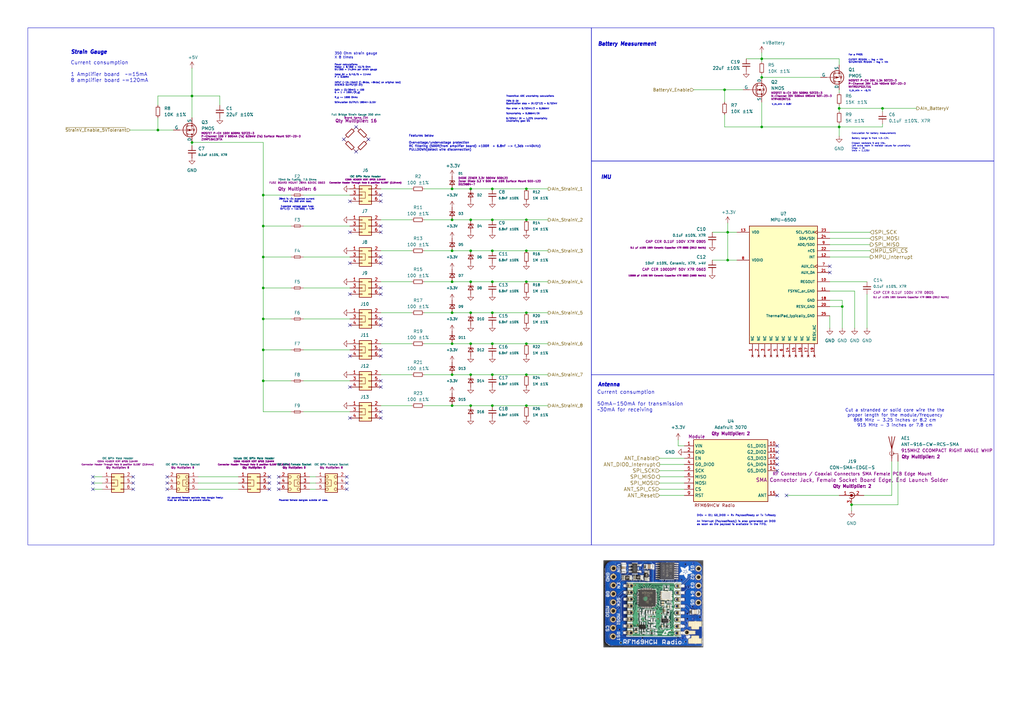
<source format=kicad_sch>
(kicad_sch (version 20250114) (generator "eeschema") (generator_version "9.0")
  (paper "A3")
  (title_block (title "Hub") (date "2025-08-16") (rev "01") (company "BCIT Racing") (comment 1 "Parry Zhuo & Daniel Mahmoud"))
  (rectangle (start 242.57 66.04) (end 407.67 153.67))
  (rectangle (start 242.57 153.67) (end 407.67 223.52))
  (rectangle (start 242.57 11.43) (end 407.67 66.04))
  (rectangle (start 11.43 11.43) (end 242.57 223.52))
  (text "Battery Measurement" (at 245.11 19.05 0) (effects (font (size 1.5 1.5) (thickness 0.5182) (bold yes) (italic yes)) (justify left bottom)))
  (text "For a PMOS\n\nCUTOFF REGION - Vsg < Vth\nSATURATION REGION - Vsg > Vth" (at 347.98 24.13 0) (effects (font (size 0.635 0.635)) (justify left)))
  (text "28mA is ~2x expected current \nfrom 5V, 350 ohm load.\n\nExpected voltage post fuse:\n5V*1/(1 + 7.5/350) = 4.9V" (at 121.92 83.82 0) (effects (font (size 0.635 0.635))))
  (text "All powered female sockets may dangle freely:\nMust be siliconed to prevent shorts." (at 68.58 205.74 0) (effects (font (size 0.635 0.635)) (justify left bottom)))
  (text "Powered female dangles outside of case." (at 114.3 205.74 0) (effects (font (size 0.635 0.635)) (justify left bottom)))
  (text "Antenna" (at 245.11 158.75 0) (effects (font (size 1.5 1.5) (thickness 0.4978) (bold yes) (italic yes)) (justify left bottom)))
  (text "Current consumption\n\n1 Amplifier board  ~=15mA \n8 amplifier board ~=120mA" (at 28.956 29.464 0) (effects (font (size 1.4986 1.4986)) (justify left)))
  (text "350 Ohm strain gauge\nX 8 times\n" (at 137.16 22.86 0) (effects (font (size 1.016 1.016)) (justify left)))
  (text "V_th_min = 0.8V\n" (at 316.484 42.926 0) (effects (font (size 0.635 0.635)) (justify left)))
  (text "IMU\n" (at 246.38 73.66 0) (effects (font (size 1.5 1.5) (thickness 0.4978) (bold yes) (italic yes)) (justify left bottom)))
  (text "V_th_min = -0.7V\n" (at 348.234 37.338 0) (effects (font (size 0.635 0.635)) (justify left)))
  (text "Features below\n\nOvervoltage/undervoltage protection\nRC filtering (500R(from amplifier board) +100R  + 6.8nF -> f_3db ~=40kHz)\nPULLDOWN(detect wire disconnection)" (at 167.64 58.674 0) (effects (font (size 0.889 0.889) (thickness 0.1778) (bold yes)) (justify left)))
  (text "Theoretical ADC uncertainty calculations\n\nFSR: 0-3V\nQuantization step = 3V/(2^12) = 0.732mV\n\nMax error = 0.732mV/2 = 0.366mV\n\n%Uncertainty = 0.366mV/3V\n\n0.732mV/ 3V = 1.22% Uncertainty\nUncertainty goal 5%\n\n\n\n" (at 207.518 46.228 0) (effects (font (size 0.635 0.635)) (justify left)))
  (text "DIOx = 01; G0_DIO0 = Rx PayloadReady or Tx TxReady\n\nAn interrupt (PayloadReady) is also generated on DIO0 \nas soon as the payload is available in the FIFO. " (at 285.75 213.36 0) (effects (font (size 0.762 0.762)) (justify left)))
  (text "Calculation for battery measurement:\n\nBattery range is from 4.5-12V.\n\nChosen resistors 5 and 15k. \nLeft extra room in resistor values for uncertainty\nVmax = 3V\nVmin = 1.125V" (at 349.25 58.42 0) (effects (font (size 0.635 0.635) (thickness 0.127) (bold yes)) (justify left)))
  (text "INPUT (-15-15mV) ([-8klbs, +8klbs] on original test)\nDESIRED OUTPUT(0-3V)\n\nGain = (3/30mV) = 100\nG = 1 + 100K/(R_g)\n\nR_g ~= 1000 Ohms\n\nStimulation OUTPUT: 180mV-3.15V" (at 137.16 38.1 0) (effects (font (size 0.635 0.635)) (justify left)))
  (text "Power calculations:\nRtotal = 8/350 = 43.75 Ohm\n5V/350 = 14.3mA per strain gauge\n\nItotal_5V = 5/43.75 = 114mA\nP = 0.569W" (at 137.16 29.21 0) (effects (font (size 0.635 0.635)) (justify left)))
  (text "Strain Gauge\n" (at 28.956 22.352 0) (effects (font (size 1.5 1.5) (thickness 0.4978) (bold yes) (italic yes)) (justify left bottom)))
  (text "Current consumption\n\n50mA-150mA for transmission\n~30mA for receiving" (at 244.856 164.592 0) (effects (font (size 1.4986 1.4986)) (justify left)))
  (text "Cut a stranded or solid core wire the the\nproper length for the module/frequency\n868 MHz - 3.25 inches or 8.2 cm\n915 MHz - 3 inches or 7.8 cm" (at 367.03 171.45 0) (effects (font (size 1.27 1.27))))
  (junction (at 107.95 143.51))
  (junction (at 185.42 166.37))
  (junction (at 201.93 90.17))
  (junction (at 107.95 118.11))
  (junction (at 185.42 77.47))
  (junction (at 193.04 166.37))
  (junction (at 193.04 140.97))
  (junction (at 185.42 115.57))
  (junction (at 185.42 90.17))
  (junction (at 215.9 115.57))
  (junction (at 193.04 90.17))
  (junction (at 344.17 44.45))
  (junction (at 201.93 77.47))
  (junction (at 345.44 125.73))
  (junction (at 193.04 153.67))
  (junction (at 344.17 52.07))
  (junction (at 349.25 207.01))
  (junction (at 215.9 77.47))
  (junction (at 107.95 92.71))
  (junction (at 78.74 39.37))
  (junction (at 107.95 105.41))
  (junction (at 193.04 102.87))
  (junction (at 215.9 166.37))
  (junction (at 215.9 140.97))
  (junction (at 201.93 153.67))
  (junction (at 201.93 102.87))
  (junction (at 193.04 128.27))
  (junction (at 298.45 95.25))
  (junction (at 297.18 36.83))
  (junction (at 107.95 156.21))
  (junction (at 215.9 102.87))
  (junction (at 312.42 52.07))
  (junction (at 193.04 77.47))
  (junction (at 298.45 106.68))
  (junction (at 64.77 53.34))
  (junction (at 107.95 130.81))
  (junction (at 361.95 44.45))
  (junction (at 201.93 115.57))
  (junction (at 215.9 90.17))
  (junction (at 312.42 24.13))
  (junction (at 185.42 140.97))
  (junction (at 185.42 102.87))
  (junction (at 201.93 128.27))
  (junction (at 215.9 128.27))
  (junction (at 312.42 31.75))
  (junction (at 201.93 140.97))
  (junction (at 185.42 153.67))
  (junction (at 78.74 58.42))
  (junction (at 185.42 128.27))
  (junction (at 193.04 115.57))
  (junction (at 201.93 166.37))
  (junction (at 107.95 80.01))
  (junction (at 215.9 153.67))
  (no_connect (at 156.21 146.05))
  (no_connect (at 318.77 190.5))
  (no_connect (at 318.77 185.42))
  (no_connect (at 156.21 143.51))
  (no_connect (at 143.51 158.75))
  (no_connect (at 156.21 156.21))
  (no_connect (at 54.61 200.66))
  (no_connect (at 156.21 168.91))
  (no_connect (at 143.51 120.65))
  (no_connect (at 156.21 95.25))
  (no_connect (at 156.21 118.11))
  (no_connect (at 110.49 198.12))
  (no_connect (at 143.51 171.45))
  (no_connect (at 142.24 200.66))
  (no_connect (at 140.97 57.15))
  (no_connect (at 110.49 200.66))
  (no_connect (at 151.13 57.15))
  (no_connect (at 38.1 198.12))
  (no_connect (at 340.36 111.76))
  (no_connect (at 146.05 52.07))
  (no_connect (at 156.21 158.75))
  (no_connect (at 156.21 80.01))
  (no_connect (at 156.21 82.55))
  (no_connect (at 143.51 82.55))
  (no_connect (at 318.77 182.88))
  (no_connect (at 114.3 198.12))
  (no_connect (at 156.21 130.81))
  (no_connect (at 143.51 133.35))
  (no_connect (at 38.1 200.66))
  (no_connect (at 142.24 195.58))
  (no_connect (at 156.21 107.95))
  (no_connect (at 156.21 105.41))
  (no_connect (at 322.58 203.2))
  (no_connect (at 156.21 171.45))
  (no_connect (at 54.61 195.58))
  (no_connect (at 54.61 198.12))
  (no_connect (at 68.58 198.12))
  (no_connect (at 110.49 195.58))
  (no_connect (at 68.58 200.66))
  (no_connect (at 68.58 195.58))
  (no_connect (at 114.3 195.58))
  (no_connect (at 142.24 198.12))
  (no_connect (at 38.1 195.58))
  (no_connect (at 143.51 107.95))
  (no_connect (at 156.21 120.65))
  (no_connect (at 340.36 109.22))
  (no_connect (at 318.77 187.96))
  (no_connect (at 114.3 200.66))
  (no_connect (at 318.77 193.04))
  (no_connect (at 318.77 203.2))
  (no_connect (at 156.21 92.71))
  (no_connect (at 143.51 146.05))
  (no_connect (at 156.21 133.35))
  (no_connect (at 143.51 95.25))
  (no_connect (at 146.05 62.23))
  (wire (pts (xy 173.99 166.37) (xy 185.42 166.37)))
  (wire (pts (xy 297.18 36.83) (xy 297.18 41.91)))
  (wire (pts (xy 124.46 92.71) (xy 143.51 92.71)))
  (wire (pts (xy 81.28 195.58) (xy 97.79 195.58)))
  (wire (pts (xy 107.95 143.51) (xy 107.95 156.21)))
  (wire (pts (xy 156.21 77.47) (xy 168.91 77.47)))
  (wire (pts (xy 340.36 105.41) (xy 356.87 105.41)))
  (wire (pts (xy 107.95 80.01) (xy 119.38 80.01)))
  (wire (pts (xy 107.95 130.81) (xy 119.38 130.81)))
  (wire (pts (xy 124.46 105.41) (xy 143.51 105.41)))
  (wire (pts (xy 107.95 156.21) (xy 107.95 168.91)))
  (wire (pts (xy 297.18 52.07) (xy 312.42 52.07)))
  (wire (pts (xy 78.74 39.37) (xy 78.74 48.26)))
  (wire (pts (xy 284.48 36.83) (xy 297.18 36.83)))
  (wire (pts (xy 270.51 203.2) (xy 280.67 203.2)))
  (wire (pts (xy 53.34 53.34) (xy 64.77 53.34)))
  (wire (pts (xy 81.28 198.12) (xy 97.79 198.12)))
  (wire (pts (xy 193.04 115.57) (xy 201.93 115.57)))
  (wire (pts (xy 107.95 105.41) (xy 119.38 105.41)))
  (wire (pts (xy 344.17 50.8) (xy 344.17 52.07)))
  (wire (pts (xy 185.42 153.67) (xy 193.04 153.67)))
  (wire (pts (xy 349.25 207.01) (xy 368.3 207.01)))
  (wire (pts (xy 107.95 118.11) (xy 107.95 130.81)))
  (wire (pts (xy 215.9 140.97) (xy 224.79 140.97)))
  (wire (pts (xy 278.13 180.34) (xy 278.13 182.88)))
  (wire (pts (xy 344.17 24.13) (xy 344.17 26.67)))
  (wire (pts (xy 356.87 97.79) (xy 340.36 97.79)))
  (wire (pts (xy 193.04 140.97) (xy 201.93 140.97)))
  (wire (pts (xy 185.42 77.47) (xy 193.04 77.47)))
  (wire (pts (xy 270.51 198.12) (xy 280.67 198.12)))
  (wire (pts (xy 297.18 36.83) (xy 304.8 36.83)))
  (wire (pts (xy 270.51 195.58) (xy 280.67 195.58)))
  (wire (pts (xy 297.18 46.99) (xy 297.18 52.07)))
  (wire (pts (xy 107.95 156.21) (xy 119.38 156.21)))
  (wire (pts (xy 201.93 77.47) (xy 215.9 77.47)))
  (wire (pts (xy 107.95 130.81) (xy 107.95 143.51)))
  (wire (pts (xy 173.99 153.67) (xy 185.42 153.67)))
  (wire (pts (xy 156.21 115.57) (xy 168.91 115.57)))
  (wire (pts (xy 349.25 207.01) (xy 349.25 209.55)))
  (wire (pts (xy 38.1 200.66) (xy 41.91 200.66)))
  (wire (pts (xy 312.42 31.75) (xy 336.55 31.75)))
  (wire (pts (xy 201.93 102.87) (xy 215.9 102.87)))
  (wire (pts (xy 64.77 39.37) (xy 64.77 43.18)))
  (wire (pts (xy 340.36 119.38) (xy 350.52 119.38)))
  (wire (pts (xy 201.93 140.97) (xy 215.9 140.97)))
  (wire (pts (xy 78.74 27.94) (xy 78.74 39.37)))
  (wire (pts (xy 127 198.12) (xy 129.54 198.12)))
  (wire (pts (xy 215.9 77.47) (xy 224.79 77.47)))
  (wire (pts (xy 215.9 128.27) (xy 224.79 128.27)))
  (wire (pts (xy 270.51 190.5) (xy 280.67 190.5)))
  (wire (pts (xy 292.1 95.25) (xy 298.45 95.25)))
  (wire (pts (xy 365.76 189.23) (xy 365.76 203.2)))
  (wire (pts (xy 306.07 24.13) (xy 312.42 24.13)))
  (wire (pts (xy 124.46 80.01) (xy 143.51 80.01)))
  (wire (pts (xy 350.52 119.38) (xy 350.52 134.62)))
  (wire (pts (xy 107.95 92.71) (xy 107.95 105.41)))
  (wire (pts (xy 173.99 128.27) (xy 185.42 128.27)))
  (wire (pts (xy 356.87 100.33) (xy 340.36 100.33)))
  (wire (pts (xy 107.95 118.11) (xy 119.38 118.11)))
  (wire (pts (xy 292.1 106.68) (xy 298.45 106.68)))
  (wire (pts (xy 344.17 44.45) (xy 361.95 44.45)))
  (wire (pts (xy 312.42 52.07) (xy 344.17 52.07)))
  (wire (pts (xy 173.99 140.97) (xy 185.42 140.97)))
  (wire (pts (xy 215.9 115.57) (xy 224.79 115.57)))
  (wire (pts (xy 193.04 90.17) (xy 201.93 90.17)))
  (wire (pts (xy 107.95 92.71) (xy 119.38 92.71)))
  (wire (pts (xy 107.95 143.51) (xy 119.38 143.51)))
  (wire (pts (xy 270.51 187.96) (xy 280.67 187.96)))
  (wire (pts (xy 193.04 166.37) (xy 201.93 166.37)))
  (wire (pts (xy 193.04 77.47) (xy 201.93 77.47)))
  (wire (pts (xy 185.42 115.57) (xy 193.04 115.57)))
  (wire (pts (xy 356.87 102.87) (xy 340.36 102.87)))
  (wire (pts (xy 78.74 39.37) (xy 90.17 39.37)))
  (wire (pts (xy 107.95 80.01) (xy 107.95 92.71)))
  (wire (pts (xy 365.76 203.2) (xy 354.33 203.2)))
  (wire (pts (xy 368.3 207.01) (xy 368.3 189.23)))
  (wire (pts (xy 340.36 125.73) (xy 345.44 125.73)))
  (wire (pts (xy 64.77 48.26) (xy 64.77 53.34)))
  (wire (pts (xy 193.04 128.27) (xy 201.93 128.27)))
  (wire (pts (xy 312.42 21.59) (xy 312.42 24.13)))
  (wire (pts (xy 344.17 43.18) (xy 344.17 44.45)))
  (wire (pts (xy 38.1 198.12) (xy 41.91 198.12)))
  (wire (pts (xy 361.95 50.8) (xy 361.95 52.07)))
  (wire (pts (xy 90.17 39.37) (xy 90.17 43.18)))
  (wire (pts (xy 355.6 120.65) (xy 355.6 134.62)))
  (wire (pts (xy 312.42 30.48) (xy 312.42 31.75)))
  (wire (pts (xy 356.87 95.25) (xy 340.36 95.25)))
  (wire (pts (xy 156.21 128.27) (xy 168.91 128.27)))
  (wire (pts (xy 156.21 140.97) (xy 168.91 140.97)))
  (wire (pts (xy 173.99 102.87) (xy 185.42 102.87)))
  (wire (pts (xy 185.42 140.97) (xy 193.04 140.97)))
  (wire (pts (xy 215.9 153.67) (xy 224.79 153.67)))
  (wire (pts (xy 78.74 59.69) (xy 78.74 58.42)))
  (wire (pts (xy 345.44 123.19) (xy 345.44 125.73)))
  (wire (pts (xy 345.44 125.73) (xy 345.44 134.62)))
  (wire (pts (xy 185.42 90.17) (xy 193.04 90.17)))
  (wire (pts (xy 124.46 118.11) (xy 143.51 118.11)))
  (wire (pts (xy 298.45 95.25) (xy 298.45 106.68)))
  (wire (pts (xy 156.21 153.67) (xy 168.91 153.67)))
  (wire (pts (xy 344.17 52.07) (xy 344.17 55.88)))
  (wire (pts (xy 185.42 128.27) (xy 193.04 128.27)))
  (wire (pts (xy 185.42 102.87) (xy 193.04 102.87)))
  (wire (pts (xy 124.46 130.81) (xy 143.51 130.81)))
  (wire (pts (xy 340.36 129.54) (xy 340.36 134.62)))
  (wire (pts (xy 201.93 166.37) (xy 215.9 166.37)))
  (wire (pts (xy 215.9 166.37) (xy 224.79 166.37)))
  (wire (pts (xy 201.93 153.67) (xy 215.9 153.67)))
  (wire (pts (xy 201.93 128.27) (xy 215.9 128.27)))
  (wire (pts (xy 201.93 90.17) (xy 215.9 90.17)))
  (wire (pts (xy 340.36 123.19) (xy 345.44 123.19)))
  (wire (pts (xy 173.99 115.57) (xy 185.42 115.57)))
  (wire (pts (xy 312.42 24.13) (xy 344.17 24.13)))
  (wire (pts (xy 124.46 168.91) (xy 143.51 168.91)))
  (wire (pts (xy 298.45 91.44) (xy 298.45 95.25)))
  (wire (pts (xy 312.42 24.13) (xy 312.42 25.4)))
  (wire (pts (xy 173.99 77.47) (xy 185.42 77.47)))
  (wire (pts (xy 344.17 44.45) (xy 344.17 45.72)))
  (wire (pts (xy 215.9 102.87) (xy 224.79 102.87)))
  (wire (pts (xy 156.21 90.17) (xy 168.91 90.17)))
  (wire (pts (xy 107.95 58.42) (xy 78.74 58.42)))
  (wire (pts (xy 124.46 143.51) (xy 143.51 143.51)))
  (wire (pts (xy 270.51 200.66) (xy 280.67 200.66)))
  (wire (pts (xy 64.77 39.37) (xy 78.74 39.37)))
  (wire (pts (xy 156.21 166.37) (xy 168.91 166.37)))
  (wire (pts (xy 298.45 95.25) (xy 302.26 95.25)))
  (wire (pts (xy 215.9 90.17) (xy 224.79 90.17)))
  (wire (pts (xy 107.95 105.41) (xy 107.95 118.11)))
  (wire (pts (xy 38.1 195.58) (xy 41.91 195.58)))
  (wire (pts (xy 127 200.66) (xy 129.54 200.66)))
  (wire (pts (xy 193.04 102.87) (xy 201.93 102.87)))
  (wire (pts (xy 124.46 156.21) (xy 143.51 156.21)))
  (wire (pts (xy 107.95 58.42) (xy 107.95 80.01)))
  (wire (pts (xy 270.51 193.04) (xy 280.67 193.04)))
  (wire (pts (xy 156.21 102.87) (xy 168.91 102.87)))
  (wire (pts (xy 278.13 182.88) (xy 280.67 182.88)))
  (wire (pts (xy 185.42 166.37) (xy 193.04 166.37)))
  (wire (pts (xy 322.58 203.2) (xy 344.17 203.2)))
  (wire (pts (xy 64.77 53.34) (xy 71.12 53.34)))
  (wire (pts (xy 193.04 153.67) (xy 201.93 153.67)))
  (wire (pts (xy 201.93 115.57) (xy 215.9 115.57)))
  (wire (pts (xy 340.36 115.57) (xy 355.6 115.57)))
  (wire (pts (xy 107.95 168.91) (xy 119.38 168.91)))
  (wire (pts (xy 298.45 106.68) (xy 302.26 106.68)))
  (wire (pts (xy 361.95 52.07) (xy 344.17 52.07)))
  (wire (pts (xy 81.28 200.66) (xy 97.79 200.66)))
  (wire (pts (xy 361.95 44.45) (xy 361.95 45.72)))
  (wire (pts (xy 312.42 41.91) (xy 312.42 52.07)))
  (wire (pts (xy 361.95 44.45) (xy 375.92 44.45)))
  (wire (pts (xy 344.17 36.83) (xy 344.17 38.1)))
  (wire (pts (xy 173.99 90.17) (xy 185.42 90.17)))
  (wire (pts (xy 127 195.58) (xy 129.54 195.58)))
  (image (at 267.97 247.65) (scale 0.370798))
  (hierarchical_label "AIn_StrainV_7" (shape output) (at 224.79 153.67 0))
  (hierarchical_label "ANT_SPI_CS" (shape input) (at 270.51 200.66 180) (effects (font (size 1.4986 1.4986))))
  (hierarchical_label "AIn_StrainV_5" (shape output) (at 224.79 128.27 0))
  (hierarchical_label "SPI_MOSI" (shape input) (at 270.51 198.12 180) (effects (font (size 1.4986 1.4986))))
  (hierarchical_label "AIn_StrainV_2" (shape output) (at 224.79 90.17 0))
  (hierarchical_label "SPI_SCK" (shape input) (at 270.51 193.04 180) (effects (font (size 1.4986 1.4986))))
  (hierarchical_label "AIn_StrainV_1" (shape output) (at 224.79 77.47 0))
  (hierarchical_label "BatteryV_Enable" (shape input) (at 284.48 36.83 180))
  (hierarchical_label "SPI_MISO" (shape output) (at 356.87 100.33 0) (effects (font (size 1.4986 1.4986))))
  (hierarchical_label "AIn_BatteryV" (shape output) (at 375.92 44.45 0))
  (hierarchical_label "SPI_MOSI" (shape input) (at 356.87 97.79 0) (effects (font (size 1.4986 1.4986))))
  (hierarchical_label "~{MPU_SPI_CS}" (shape input) (at 356.87 102.87 0) (effects (font (size 1.4986 1.4986))))
  (hierarchical_label "ANT_Enable" (shape input) (at 270.51 187.96 180) (effects (font (size 1.4986 1.4986))))
  (hierarchical_label "AIn_StrainV_6" (shape output) (at 224.79 140.97 0))
  (hierarchical_label "AIn_StrainV_3" (shape output) (at 224.79 102.87 0))
  (hierarchical_label "ANT_Reset" (shape input) (at 270.51 203.2 180) (effects (font (size 1.4986 1.4986))))
  (hierarchical_label "ANT_DIO0_Interrupt" (shape output) (at 270.51 190.5 180) (effects (font (size 1.4986 1.4986))))
  (hierarchical_label "~{StrainV_Enable_5VTolerant}" (shape input) (at 53.34 53.34 180))
  (hierarchical_label "SPI_SCK" (shape input) (at 356.87 95.25 0) (effects (font (size 1.4986 1.4986))))
  (hierarchical_label "MPU_Interrupt" (shape output) (at 356.87 105.41 0) (effects (font (size 1.4986 1.4986))))
  (hierarchical_label "AIn_StrainV_8" (shape output) (at 224.79 166.37 0))
  (hierarchical_label "AIn_StrainV_4" (shape output) (at 224.79 115.57 0))
  (hierarchical_label "SPI_MISO" (shape output) (at 270.51 195.58 180) (effects (font (size 1.4986 1.4986))))
  (symbol (lib_id "Device:D_Zener_Small") (at 185.42 87.63 270) (unit 1)
    (property "Reference" "D3" (at 187.96 87.6299 90) (effects (font (size 1.016 1.016)) (justify left)))
    (property "Value" "D_Zener_Small" (effects (hide yes)))
    (property "Footprint" "Diode_SMD:D_SOD-123" (effects (hide yes)))
    (property "Datasheet" "https://www.diodes.com/datasheet/download/DDZ96xx-DDZ97xx.pdf" (effects (hide yes)))
    (property "Description" "DIODE ZENER 3.3V 500MW SOD123" (effects (hide yes)))
    (property "Manufacturer" "Diodes Incorporated" (effects (hide yes)))
    (property "Manufacturer Part Number" "DDZ9684-7" (effects (hide yes)))
    (property "Detailed Description" "Zener Diode 3.3 V 500 mW ±5% Surface Mount SOD-123" (effects (hide yes)))
    (property "Package" "SOD-123" (effects (hide yes)))
    (property "DigiKey Link" "https://www.digikey.ca/en/products/detail/diodes-incorporated/DDZ9684-7/1934818" (effects (hide yes)))
    (property "DigiKey Part Number" "DDZ9684-7DITR-ND" (effects (hide yes)))
    (property "Mouser Link" "https://www.mouser.ca/ProductDetail/Diodes-Incorporated/DDZ9684-7?qs=mQbszxtPdlN5OVpmKRGZYw%3D%3D" (effects (hide yes)))
    (property "Mouser Part Number" "621-DDZ9684-7 " (effects (hide yes)))
  )
  (symbol (lib_id "Device:D_Zener_Small") (at 193.04 105.41 270) (unit 1)
    (property "Reference" "D6" (at 195.58 105.4099 90) (effects (font (size 1.016 1.016)) (justify left)))
    (property "Value" "D_Zener_Small" (effects (hide yes)))
    (property "Footprint" "Diode_SMD:D_SOD-123" (effects (hide yes)))
    (property "Datasheet" "https://www.diodes.com/datasheet/download/DDZ96xx-DDZ97xx.pdf" (effects (hide yes)))
    (property "Description" "DIODE ZENER 3.3V 500MW SOD123" (effects (hide yes)))
    (property "Manufacturer" "Diodes Incorporated" (effects (hide yes)))
    (property "Manufacturer Part Number" "DDZ9684-7" (effects (hide yes)))
    (property "Detailed Description" "Zener Diode 3.3 V 500 mW ±5% Surface Mount SOD-123" (effects (hide yes)))
    (property "Package" "SOD-123" (effects (hide yes)))
    (property "DigiKey Link" "https://www.digikey.ca/en/products/detail/diodes-incorporated/DDZ9684-7/1934818" (effects (hide yes)))
    (property "DigiKey Part Number" "DDZ9684-7DITR-ND" (effects (hide yes)))
    (property "Mouser Link" "https://www.mouser.ca/ProductDetail/Diodes-Incorporated/DDZ9684-7?qs=mQbszxtPdlN5OVpmKRGZYw%3D%3D" (effects (hide yes)))
    (property "Mouser Part Number" "621-DDZ9684-7 " (effects (hide yes)))
  )
  (symbol (lib_id "Device:Fuse_Small") (at 121.92 130.81 0) (unit 1)
    (property "Reference" "F6" (at 121.92 128.27 0))
    (property "Value" "70mA 5s Fusing, 7.5 Ohms" (effects (hide yes)))
    (property "Footprint" "Fuse:Fuse_0603_1608Metric_Pad1.05x0.95mm_HandSolder" (effects (hide yes)))
    (property "Datasheet" "https://datasheets.kyocera-avx.com/AccuGuardLC_0402.pdf" (effects (hide yes)))
    (property "Description" "FUSE BOARD MOUNT 28MA 63VDC 0603" (effects (hide yes)))
    (property "Detailed Description" "28 mA 63 V Fuse Board Mount (Cartridge Style Excluded) Surface Mount 0603 (1608 Metric)" (effects (hide yes)))
    (property "Manufacturer" "KYOCERA AVX" (effects (hide yes)))
    (property "Manufacturer Part Number" "F0603G0R02FNTR" (effects (hide yes)))
    (property "Package" "0603 (1608 Metric)" (effects (hide yes)))
    (property "DigiKey Link" "https://www.digikey.ca/en/products/detail/kyocera-avx/F0603G0R02FNTR/9948432" (effects (hide yes)))
    (property "DigiKey Part Number" "478-13097-1-ND " (effects (hide yes)))
    (property "Mouser Link" "https://www.mouser.ca/ProductDetail/KYOCERA-AVX/F0603G0R02FNTR?qs=%252BdQmOuGyFcEJ7yNI5Fr0SQ%3D%3D" (effects (hide yes)))
    (property "Mouser Part Number" "581-F0603G0R02FNTR " (effects (hide yes)))
  )
  (symbol (lib_id "power:+BATT") (at 78.74 27.94 0) (unit 1)
    (property "Reference" "#PWR024" (effects (hide yes)))
    (property "Value" "+5V" (at 79.121 23.5458 0))
    (property "Description" "Power symbol creates a global label with name \"+BATT\"" (effects (hide yes)))
  )
  (symbol (lib_id "power:GND") (at 193.04 82.55 0) (unit 1)
    (property "Reference" "#PWR030" (effects (hide yes)))
    (property "Value" "GND" (effects (hide yes)))
    (property "Description" "Power symbol creates a global label with name \"GND\" , ground" (effects (hide yes)))
  )
  (symbol (lib_id "power:GND") (at 215.9 107.95 0) (unit 1)
    (property "Reference" "#PWR044" (effects (hide yes)))
    (property "Value" "GND" (effects (hide yes)))
    (property "Description" "Power symbol creates a global label with name \"GND\" , ground" (effects (hide yes)))
  )
  (symbol (lib_id "power:+BATT") (at 185.42 123.19 0) (unit 1)
    (property "Reference" "#PWR051" (effects (hide yes)))
    (property "Value" "+3.3V" (at 185.42 118.11 0) (effects (font (size 1.016 1.016))))
    (property "Description" "Power symbol creates a global label with name \"+BATT\"" (effects (hide yes)))
  )
  (symbol (lib_id "Device:C_Small") (at 201.93 168.91 0) (unit 1)
    (property "Reference" "C18" (at 204.47 167.6462 0) (effects (justify left)))
    (property "Value" "6.8nF ±10%" (at 204.47 170.1863 0) (effects (font (size 0.889 0.889)) (justify left)))
    (property "Footprint" "Capacitor_SMD:C_0603_1608Metric_Pad1.08x0.95mm_HandSolder" (effects (hide yes)))
    (property "Datasheet" "https://www.mouser.ca/datasheet/2/585/MLCC-1837944.pdf" (effects (hide yes)))
    (property "Description" "6.8nF+/-10% 50V X7R 0603" (effects (hide yes)))
    (property "Manufacturer Part Number" "CL10B682KB8NNNC" (effects (hide yes)))
    (property "Manufacturer" "Samsung Electro-Mechanics" (effects (hide yes)))
    (property "Detailed Description" "Multilayer Ceramic Capacitors MLCC - SMD/SMT 6.8nF+/-10% 50V X7R 0603" (effects (hide yes)))
    (property "Package" "0603 (1608 metric)" (effects (hide yes)))
    (property "DigiKey Link" "https://www.digikey.ca/en/products/detail/samsung-electro-mechanics/CL10B682KB8NNNC/3886843?s=N4IgTCBcDaIMIBkCMAGAQgNgBxgNJqwDli4QBdAXyA" (effects (hide yes)))
    (property "DigiKey Part Number" "1276-1185-2-ND" (effects (hide yes)))
    (property "Mouser Link" "https://mou.sr/3J8ffq3" (effects (hide yes)))
    (property "Mouser Part Number" "187-CL10B682KB8NNNC" (effects (hide yes)))
  )
  (symbol (lib_id "Device:Fuse_Small") (at 121.92 92.71 0) (unit 1)
    (property "Reference" "F3" (at 121.92 90.17 0))
    (property "Value" "70mA 5s Fusing, 7.5 Ohms" (effects (hide yes)))
    (property "Footprint" "Fuse:Fuse_0603_1608Metric_Pad1.05x0.95mm_HandSolder" (effects (hide yes)))
    (property "Datasheet" "https://datasheets.kyocera-avx.com/AccuGuardLC_0402.pdf" (effects (hide yes)))
    (property "Description" "FUSE BOARD MOUNT 28MA 63VDC 0603" (effects (hide yes)))
    (property "Detailed Description" "28 mA 63 V Fuse Board Mount (Cartridge Style Excluded) Surface Mount 0603 (1608 Metric)" (effects (hide yes)))
    (property "Manufacturer" "KYOCERA AVX" (effects (hide yes)))
    (property "Manufacturer Part Number" "F0603G0R02FNTR" (effects (hide yes)))
    (property "Package" "0603 (1608 Metric)" (effects (hide yes)))
    (property "DigiKey Link" "https://www.digikey.ca/en/products/detail/kyocera-avx/F0603G0R02FNTR/9948432" (effects (hide yes)))
    (property "DigiKey Part Number" "478-13097-1-ND " (effects (hide yes)))
    (property "Mouser Link" "https://www.mouser.ca/ProductDetail/KYOCERA-AVX/F0603G0R02FNTR?qs=%252BdQmOuGyFcEJ7yNI5Fr0SQ%3D%3D" (effects (hide yes)))
    (property "Mouser Part Number" "581-F0603G0R02FNTR " (effects (hide yes)))
  )
  (symbol (lib_id "Lib:IDC_6Pin_Male_Header") (at 46.99 198.12 0) (unit 1) (exclude_from_sim yes) (on_board no)
    (property "Reference" "J14" (effects (hide yes)))
    (property "Value" "IDC 6Pin Male Header" (at 48.26 187.96 0) (effects (font (size 0.762 0.762))))
    (property "Footprint" "Lib:AdamTech_BHR-06-VUA" (effects (hide yes)))
    (property "Datasheet" "https://app.adam-tech.com/products/download/data_sheet/203218/bhr-xx-vua-data-sheet.pdf" (effects (hide yes)))
    (property "Description" "CONN HEADER VERT 6POS 2.54MM" (at 48.26 189.23 0) (effects (font (size 0.635 0.635))))
    (property "Detailed Description" "Connector Header Through Hole 6 position 0.100\" (2.54mm)" (at 48.26 190.5 0) (effects (font (size 0.635 0.635))))
    (property "Manufacturer" "Adam Tech" (effects (hide yes)))
    (property "Manufacturer Part Number" "BHR-06-VUA" (effects (hide yes)))
    (property "Qty Multiplier" "8" (at 48.26 191.77 0) (show_name yes) (effects (font (size 0.762 0.762) (thickness 0.254) (bold yes))))
    (property "Package" "n/a" (effects (hide yes)))
    (property "DigiKey Link" "https://www.digikey.ca/en/products/detail/adam-tech/BHR-06-VUA/10414837" (effects (hide yes)))
    (property "DigiKey Part Number" "2057-BHR-06-VUA-ND" (effects (hide yes)))
    (property "Mouser Link" "https://www.mouser.ca/ProductDetail/Adam-Tech/BHR-06-VUA?qs=HoCaDK9Nz5cobId%2FEjMHxg%3D%3D" (effects (hide yes)))
    (property "Mouser Part Number" "737-BHR-06-VUA " (effects (hide yes)))
  )
  (symbol (lib_id "Device:R_Small") (at 215.9 118.11 0) (unit 1)
    (property "Reference" "R18" (at 218.44 116.8399 0) (effects (font (size 1.016 1.016)) (justify left)))
    (property "Value" "1M ±1%" (at 218.44 119.3799 0) (effects (font (size 1.016 1.016)) (justify left)))
    (property "Footprint" "Resistor_SMD:R_0805_2012Metric_Pad1.20x1.40mm_HandSolder" (effects (hide yes)))
    (property "Datasheet" "https://www.vishay.com/docs/20035/dcrcwe3.pdf" (effects (hide yes)))
    (property "Description" "RES SMD 1M OHM 1% 1/8W 0805" (effects (hide yes)))
    (property "Manufacturer" "Vishay Dale" (effects (hide yes)))
    (property "Manufacturer Part Number" "CRCW08051M00FKEA" (effects (hide yes)))
    (property "Detailed Description" "1 MOhms ±1% 0.125W, 1/8W Chip Resistor 0805 (2012 Metric) Automotive AEC-Q200 Thick Film" (effects (hide yes)))
    (property "Package" "0805 (2012 Metric)" (effects (hide yes)))
    (property "DigiKey Link" "https://www.digikey.ca/en/products/detail/vishay-dale/CRCW08051M00FKEA/1176016" (effects (hide yes)))
    (property "DigiKey Part Number" "541-1.00MCCT-ND " (effects (hide yes)))
    (property "Mouser Link" "https://www.mouser.ca/ProductDetail/Vishay/CRCW08051M00FKEA?qs=1CkV0QOCgMoYllQJ5f1DKQ%3D%3D" (effects (hide yes)))
    (property "Mouser Part Number" "71-CRCW0805-1.0M-E3" (effects (hide yes)))
  )
  (symbol (lib_id "power:GND") (at 78.74 64.77 0) (unit 1)
    (property "Reference" "#PWR027" (effects (hide yes)))
    (property "Value" "GND" (at 78.74 69.85 0))
    (property "Description" "Power symbol creates a global label with name \"GND\" , ground" (effects (hide yes)))
  )
  (symbol (lib_id "Device:R_Small") (at 171.45 90.17 270) (unit 1)
    (property "Reference" "R11" (at 171.45 85.09 90))
    (property "Value" "100 ±1%" (at 171.45 87.63 90))
    (property "Footprint" "Resistor_SMD:R_0805_2012Metric_Pad1.20x1.40mm_HandSolder" (effects (hide yes)))
    (property "Datasheet" "https://www.vishay.com/docs/20035/dcrcwe3.pdf" (effects (hide yes)))
    (property "Description" "RES SMD 100 OHM 1% 1/8W 0805" (effects (hide yes)))
    (property "Manufacturer Part Number" "CRCW0805100RFKEA" (effects (hide yes)))
    (property "Manufacturer" "Vishay Dale" (effects (hide yes)))
    (property "Detailed Description" "100 Ohms ±1% 0.125W, 1/8W Chip Resistor 0805 (2012 Metric) Automotive AEC-Q200 Thick Film" (effects (hide yes)))
    (property "Package" "0805 (2012 Metric)" (effects (hide yes)))
    (property "DigiKey Link" "https://www.digikey.ca/en/products/detail/vishay-dale/CRCW0805100RFKEA/1175523" (effects (hide yes)))
    (property "DigiKey Part Number" "541-100CCT-ND " (effects (hide yes)))
    (property "Mouser Link" "https://www.mouser.ca/ProductDetail/Vishay/CRCW0805100RFKEA?qs=LOX6nxTstiYDPDKmuLyNLw%3D%3D" (effects (hide yes)))
    (property "Mouser Part Number" "71-CRCW0805-100-E3" (effects (hide yes)))
  )
  (symbol (lib_id "Device:D_Zener_Small") (at 193.04 156.21 270) (unit 1)
    (property "Reference" "D14" (at 195.58 156.2099 90) (effects (font (size 1.016 1.016)) (justify left)))
    (property "Value" "D_Zener_Small" (effects (hide yes)))
    (property "Footprint" "Diode_SMD:D_SOD-123" (effects (hide yes)))
    (property "Datasheet" "https://www.diodes.com/datasheet/download/DDZ96xx-DDZ97xx.pdf" (effects (hide yes)))
    (property "Description" "DIODE ZENER 3.3V 500MW SOD123" (effects (hide yes)))
    (property "Manufacturer" "Diodes Incorporated" (effects (hide yes)))
    (property "Manufacturer Part Number" "DDZ9684-7" (effects (hide yes)))
    (property "Detailed Description" "Zener Diode 3.3 V 500 mW ±5% Surface Mount SOD-123" (effects (hide yes)))
    (property "Package" "SOD-123" (effects (hide yes)))
    (property "DigiKey Link" "https://www.digikey.ca/en/products/detail/diodes-incorporated/DDZ9684-7/1934818" (effects (hide yes)))
    (property "DigiKey Part Number" "DDZ9684-7DITR-ND" (effects (hide yes)))
    (property "Mouser Link" "https://www.mouser.ca/ProductDetail/Diodes-Incorporated/DDZ9684-7?qs=mQbszxtPdlN5OVpmKRGZYw%3D%3D" (effects (hide yes)))
    (property "Mouser Part Number" "621-DDZ9684-7 " (effects (hide yes)))
  )
  (symbol (lib_id "power:GND") (at 215.9 146.05 0) (unit 1)
    (property "Reference" "#PWR063" (effects (hide yes)))
    (property "Value" "GND" (effects (hide yes)))
    (property "Description" "Power symbol creates a global label with name \"GND\" , ground" (effects (hide yes)))
  )
  (symbol (lib_id "Device:D_Zener_Small") (at 193.04 143.51 270) (unit 1)
    (property "Reference" "D12" (at 195.58 143.5099 90) (effects (font (size 1.016 1.016)) (justify left)))
    (property "Value" "D_Zener_Small" (effects (hide yes)))
    (property "Footprint" "Diode_SMD:D_SOD-123" (effects (hide yes)))
    (property "Datasheet" "https://www.diodes.com/datasheet/download/DDZ96xx-DDZ97xx.pdf" (effects (hide yes)))
    (property "Description" "DIODE ZENER 3.3V 500MW SOD123" (effects (hide yes)))
    (property "Manufacturer" "Diodes Incorporated" (effects (hide yes)))
    (property "Manufacturer Part Number" "DDZ9684-7" (effects (hide yes)))
    (property "Detailed Description" "Zener Diode 3.3 V 500 mW ±5% Surface Mount SOD-123" (effects (hide yes)))
    (property "Package" "SOD-123" (effects (hide yes)))
    (property "DigiKey Link" "https://www.digikey.ca/en/products/detail/diodes-incorporated/DDZ9684-7/1934818" (effects (hide yes)))
    (property "DigiKey Part Number" "DDZ9684-7DITR-ND" (effects (hide yes)))
    (property "Mouser Link" "https://www.mouser.ca/ProductDetail/Diodes-Incorporated/DDZ9684-7?qs=mQbszxtPdlN5OVpmKRGZYw%3D%3D" (effects (hide yes)))
    (property "Mouser Part Number" "621-DDZ9684-7 " (effects (hide yes)))
  )
  (symbol (lib_id "Device:C_Small") (at 292.1 97.79 0) (unit 1)
    (property "Reference" "C10" (at 289.56 93.9862 0) (effects (justify right)))
    (property "Value" "0.1uF ±10%, X7R" (at 289.56 96.5262 0) (effects (font (size 1.016 1.016)) (justify right)))
    (property "Footprint" "Capacitor_SMD:C_0805_2012Metric_Pad1.18x1.45mm_HandSolder" (effects (hide yes)))
    (property "Datasheet" "https://mm.digikey.com/Volume0/opasdata/d220001/medias/docus/893/CL21B104KCFNNNE_Spec.pdf" (effects (hide yes)))
    (property "Description" "CAP CER 0.1UF 100V X7R 0805" (at 289.56 99.0662 0) (effects (font (size 1.016 1.016)) (justify right)))
    (property "Detailed Description" "0.1 µF ±10% 100V Ceramic Capacitor X7R 0805 (2012 Metric)" (at 289.56 101.6062 0) (effects (font (size 0.635 0.635)) (justify right)))
    (property "Manufacturer" "Samsung Electro-Mechanics" (effects (hide yes)))
    (property "Manufacturer Part Number" "CL21B104KCFNNNE" (effects (hide yes)))
    (property "Package" "0805 (2012 Metric)" (effects (hide yes)))
    (property "DigiKey Link" "https://www.digikey.ca/en/products/detail/samsung-electro-mechanics/CL21B104KCFNNNE/5961324" (effects (hide yes)))
    (property "DigiKey Part Number" "1276-6840-1-ND " (effects (hide yes)))
    (property "Mouser Link" "https://www.mouser.ca/ProductDetail/Samsung-Electro-Mechanics/CL21B104KCFNNNE?qs=lptGheUA4EwiEGVRX9oguw%3D%3D" (effects (hide yes)))
    (property "Mouser Part Number" "187-CL21B104KCFNNNE " (effects (hide yes)))
  )
  (symbol (lib_id "power:GND") (at 292.1 100.33 0) (unit 1)
    (property "Reference" "#PWR040" (effects (hide yes)))
    (property "Value" "GND" (effects (hide yes)))
    (property "Description" "Power symbol creates a global label with name \"GND\" , ground" (effects (hide yes)))
  )
  (symbol (lib_id "Device:Antenna_Shield") (at 365.76 184.15 0) (unit 1) (exclude_from_sim yes) (on_board no)
    (property "Reference" "AE1" (at 369.57 179.7049 0) (effects (justify left)))
    (property "Value" "ANT-916-CW-RCS-SMA" (at 369.57 182.2449 0) (effects (justify left)))
    (property "Datasheet" "https://www.te.com/commerce/DocumentDelivery/DDEController?Action=srchrtrv&DocNm=CW-RCS_Series&DocType=Data+Sheet&DocLang=English&DocFormat=pdf&PartCntxt=ANT-916-CW-RCS" (effects (hide yes)))
    (property "Description" "915MHZ CCOMPACT RIGHT ANGLE WHIP" (at 369.57 184.7849 0) (effects (justify left)))
    (property "Detailed Description" "RF ANTENNA ISM, LoRaWAN, LPWA Whip, Right Angle SMA Male Connector Mount" (effects (hide yes)))
    (property "Manufacturer" "TE Connectivity Linx" (effects (hide yes)))
    (property "Manufacturer Part Number" "ANT-916-CW-RCS-SMA" (effects (hide yes)))
    (property "Qty Multiplier" "2" (at 369.57 187.325 0) (show_name yes) (effects (font (thickness 0.254) (bold yes)) (justify left)))
    (property "Package" "n/a" (effects (hide yes)))
    (property "DigiKey Link" "https://www.digikey.ca/en/products/detail/te-connectivity-linx/ANT-916-CW-RCS-SMA/16630288?s=N4IgTCBcDaIIIDkAqBaAnARgGwoMIHUUAlXAZRVIFk4QBdAXyA" (effects (hide yes)))
    (property "DigiKey Part Number" "343-ANT-916-CW-RCS-SMA-ND" (effects (hide yes)))
    (property "Mouser Link" "https://www.mouser.ca/ProductDetail/TE-Connectivity-Linx-Technologies/ANT-916-CW-RCS-SMA?qs=vvQtp7zwQdOkPNFyaB0lDA%3D%3D" (effects (hide yes)))
    (property "Mouser Part Number" "712-ANT-916-CWRCSSMA " (effects (hide yes)))
  )
  (symbol (lib_id "Lib:IDC_6Pin_Male_Header") (at 148.59 118.11 0) (unit 1)
    (property "Reference" "J9" (at 149.606 112.014 0))
    (property "Value" "IDC 6Pin Male Header" (effects (hide yes)))
    (property "Footprint" "Lib:AdamTech_BHR-06-VUA" (effects (hide yes)))
    (property "Datasheet" "https://app.adam-tech.com/products/download/data_sheet/203218/bhr-xx-vua-data-sheet.pdf" (effects (hide yes)))
    (property "Description" "CONN HEADER VERT 6POS 2.54MM" (effects (hide yes)))
    (property "Detailed Description" "Connector Header Through Hole 6 position 0.100\" (2.54mm)" (effects (hide yes)))
    (property "Manufacturer" "Adam Tech" (effects (hide yes)))
    (property "Manufacturer Part Number" "BHR-06-VUA" (effects (hide yes)))
    (property "Package" "n/a" (effects (hide yes)))
    (property "DigiKey Link" "https://www.digikey.ca/en/products/detail/adam-tech/BHR-06-VUA/10414837" (effects (hide yes)))
    (property "DigiKey Part Number" "2057-BHR-06-VUA-ND" (effects (hide yes)))
    (property "Mouser Link" "https://www.mouser.ca/ProductDetail/Adam-Tech/BHR-06-VUA?qs=HoCaDK9Nz5cobId%2FEjMHxg%3D%3D" (effects (hide yes)))
    (property "Mouser Part Number" "737-BHR-06-VUA " (effects (hide yes)))
  )
  (symbol (lib_id "power:+BATT") (at 185.42 135.89 0) (unit 1)
    (property "Reference" "#PWR059" (effects (hide yes)))
    (property "Value" "+3.3V" (at 185.42 130.81 0) (effects (font (size 1.016 1.016))))
    (property "Description" "Power symbol creates a global label with name \"+BATT\"" (effects (hide yes)))
  )
  (symbol (lib_id "power:GND") (at 143.51 102.87 270) (unit 1)
    (property "Reference" "#PWR041" (effects (hide yes)))
    (property "Value" "GND" (effects (hide yes)))
    (property "Description" "Power symbol creates a global label with name \"GND\" , ground" (effects (hide yes)))
  )
  (symbol (lib_id "Simulation_SPICE:PMOS") (at 341.63 31.75 0) (mirror x) (unit 1)
    (property "Reference" "Q1" (at 347.98 28.5749 0) (effects (justify left)))
    (property "Value" "PMOS" (at 347.98 31.1149 0) (effects (justify left)))
    (property "Footprint" "Package_TO_SOT_SMD:TSOT-23" (effects (hide yes)))
    (property "Datasheet" "https://www.onsemi.com/pdf/datasheet/ntr1p02lt1-d.pdf" (effects (hide yes)))
    (property "Description" "MOSFET P-CH 20V 1.3A SOT23-3" (at 347.98 33.02 0) (effects (font (size 0.762 0.762)) (justify left)))
    (property "Manufacturer" "onsemi" (effects (hide yes)))
    (property "Detailed Description" "P-Channel 20V 1.3A 400mW SOT-23-3" (at 347.98 34.29 0) (effects (font (size 0.762 0.762)) (justify left)))
    (property "Manufacturer Part Number" "NVTR01P02LT1G" (at 347.98 35.56 0) (effects (font (size 0.762 0.762)) (justify left)))
    (property "Package" "TO-236-3, SC-59, SOT-23-3" (effects (hide yes)))
    (property "DigiKey Link" "https://www.digikey.ca/en/products/detail/onsemi/NVTR01P02LT1G/5969313?gclsrc=aw.ds&&utm_adgroup=General&utm_source=google&utm_medium=cpc&utm_campaign=PMax%20Shopping_Product_Zombie%20SKUs&utm_term=&productid=5969313&utm_content=General&utm_id=go_cmp-17855401585_adg-_ad-__dev-c_ext-_prd-5969313_sig-CjwKCAjwq7fABhB2EiwAwk-YbCdzxZ8I_ROXJb3JHufdx-zHWTW_khwVTeU3PeYqFBXyUwEnEgnIlhoCDXMQAvD_BwE&gad_source=1&gbraid=0AAAAADrbLli6YGlW8y5wc6i5rQyT2Z2qc&gclid=CjwKCAjwq7fABhB2EiwAwk-YbCdzxZ8I_ROXJb3JHufdx-zHWTW_khwVTeU3PeYqFBXyUwEnEgnIlhoCDXMQAvD_BwE&gclsrc=aw.ds" (effects (hide yes)))
    (property "DigiKey Part Number" "NVTR01P02LT1GOSCT-ND" (effects (hide yes)))
    (property "Mouser Link" "https://www.mouser.ca/ProductDetail/onsemi/NVTR01P02LT1G?qs=3PKVEWFFm2%2F%2FrLw71IHJjw%3D%3D" (effects (hide yes)))
    (property "Mouser Part Number" "863-NVTR01P02LT1G" (effects (hide yes)))
  )
  (symbol (lib_id "power:GND") (at 215.9 171.45 0) (unit 1)
    (property "Reference" "#PWR073" (effects (hide yes)))
    (property "Value" "GND" (effects (hide yes)))
    (property "Description" "Power symbol creates a global label with name \"GND\" , ground" (effects (hide yes)))
  )
  (symbol (lib_id "Lib:IDC_6Pin_Male_Header") (at 148.59 80.01 0) (unit 1)
    (property "Reference" "J6" (at 149.86 69.85 0))
    (property "Value" "IDC 6Pin Male Header" (at 149.86 72.39 0) (effects (font (size 0.762 0.762))))
    (property "Footprint" "Lib:AdamTech_BHR-06-VUA" (effects (hide yes)))
    (property "Datasheet" "https://app.adam-tech.com/products/download/data_sheet/203218/bhr-xx-vua-data-sheet.pdf" (effects (hide yes)))
    (property "Description" "CONN HEADER VERT 6POS 2.54MM" (at 149.86 73.66 0) (effects (font (size 0.635 0.635))))
    (property "Detailed Description" "Connector Header Through Hole 6 position 0.100\" (2.54mm)" (at 149.86 74.93 0) (effects (font (size 0.635 0.635))))
    (property "Manufacturer" "Adam Tech" (effects (hide yes)))
    (property "Manufacturer Part Number" "BHR-06-VUA" (effects (hide yes)))
    (property "Package" "n/a" (effects (hide yes)))
    (property "DigiKey Link" "https://www.digikey.ca/en/products/detail/adam-tech/BHR-06-VUA/10414837" (effects (hide yes)))
    (property "DigiKey Part Number" "2057-BHR-06-VUA-ND" (effects (hide yes)))
    (property "Mouser Link" "https://www.mouser.ca/ProductDetail/Adam-Tech/BHR-06-VUA?qs=HoCaDK9Nz5cobId%2FEjMHxg%3D%3D" (effects (hide yes)))
    (property "Mouser Part Number" "737-BHR-06-VUA " (effects (hide yes)))
  )
  (symbol (lib_id "Simulation_SPICE:NMOS") (at 309.88 36.83 0) (unit 1)
    (property "Reference" "Q2" (at 316.23 33.6549 0) (effects (justify left)))
    (property "Value" "NMOS" (at 316.23 36.1949 0) (effects (justify left)))
    (property "Footprint" "Package_TO_SOT_SMD:TSOT-23" (effects (hide yes)))
    (property "Datasheet" "https://www.onsemi.com/pdf/datasheet/ntr4003n-d.pdf" (effects (hide yes)))
    (property "Description" "MOSFET N-CH 30V 500MA SOT23-3" (at 316.23 38.1 0) (effects (font (size 0.762 0.762)) (justify left)))
    (property "Detailed Description" "N-Channel 30V 500mA 690mW SOT-23-3" (at 316.23 39.37 0) (effects (font (size 0.762 0.762)) (justify left)))
    (property "Manufacturer Part Number" "NTR4003NT1G" (at 316.23 40.64 0) (effects (font (size 0.762 0.762)) (justify left)))
    (property "Manufacturer" "onsemi" (effects (hide yes)))
    (property "Package" "TO-236-3, SC-59, SOT-23-3" (effects (hide yes)))
    (property "DigiKey Link" "https://www.digikey.ca/en/products/detail/onsemi/NTR4003NT3G/1967271?gclsrc=aw.ds&&utm_adgroup=General&utm_source=google&utm_medium=cpc&utm_campaign=PMax%20Shopping_Product_Zombie%20SKUs&utm_term=&productid=1967271&utm_content=General&utm_id=go_cmp-17855401585_adg-_ad-__dev-c_ext-_prd-1967271_sig-CjwKCAjwq7fABhB2EiwAwk-YbFJqpYQlYIhkgtWqhIxcVob4GPSdEPXc6bIcNIfS9s96qRU90U7eOhoCR2AQAvD_BwE&gad_source=1&gbraid=0AAAAADrbLli6YGlW8y5wc6i5rQyT2Z2qc&gclid=CjwKCAjwq7fABhB2EiwAwk-YbFJqpYQlYIhkgtWqhIxcVob4GPSdEPXc6bIcNIfS9s96qRU90U7eOhoCR2AQAvD_BwE&gclsrc=aw.ds" (effects (hide yes)))
    (property "DigiKey Part Number" "NTR4003NT3GOSCT-ND " (effects (hide yes)))
    (property "Mouser Link" "https://www.mouser.ca/ProductDetail/onsemi/NTR4003NT1G?qs=CBDP9nzV7kme%2Fyh64xROOQ%3D%3D" (effects (hide yes)))
    (property "Mouser Part Number" "863-NTR4003NT1G" (effects (hide yes)))
  )
  (symbol (lib_id "power:GND") (at 143.51 77.47 270) (unit 1)
    (property "Reference" "#PWR029" (effects (hide yes)))
    (property "Value" "GND" (effects (hide yes)))
    (property "Description" "Power symbol creates a global label with name \"GND\" , ground" (effects (hide yes)))
  )
  (symbol (lib_id "Device:Fuse_Small") (at 121.92 118.11 0) (unit 1)
    (property "Reference" "F5" (at 121.92 115.57 0))
    (property "Value" "70mA 5s Fusing, 7.5 Ohms" (effects (hide yes)))
    (property "Footprint" "Fuse:Fuse_0603_1608Metric_Pad1.05x0.95mm_HandSolder" (effects (hide yes)))
    (property "Datasheet" "https://datasheets.kyocera-avx.com/AccuGuardLC_0402.pdf" (effects (hide yes)))
    (property "Description" "FUSE BOARD MOUNT 28MA 63VDC 0603" (effects (hide yes)))
    (property "Detailed Description" "28 mA 63 V Fuse Board Mount (Cartridge Style Excluded) Surface Mount 0603 (1608 Metric)" (effects (hide yes)))
    (property "Manufacturer" "KYOCERA AVX" (effects (hide yes)))
    (property "Manufacturer Part Number" "F0603G0R02FNTR" (effects (hide yes)))
    (property "Package" "0603 (1608 Metric)" (effects (hide yes)))
    (property "DigiKey Link" "https://www.digikey.ca/en/products/detail/kyocera-avx/F0603G0R02FNTR/9948432" (effects (hide yes)))
    (property "DigiKey Part Number" "478-13097-1-ND " (effects (hide yes)))
    (property "Mouser Link" "https://www.mouser.ca/ProductDetail/KYOCERA-AVX/F0603G0R02FNTR?qs=%252BdQmOuGyFcEJ7yNI5Fr0SQ%3D%3D" (effects (hide yes)))
    (property "Mouser Part Number" "581-F0603G0R02FNTR " (effects (hide yes)))
  )
  (symbol (lib_id "Device:R_Small") (at 312.42 27.94 180) (unit 1)
    (property "Reference" "R5" (at 314.96 26.6699 0) (effects (justify right)))
    (property "Value" "10K ±1%" (at 314.96 29.2099 0) (effects (justify right)))
    (property "Footprint" "Resistor_SMD:R_0805_2012Metric_Pad1.20x1.40mm_HandSolder" (effects (hide yes)))
    (property "Datasheet" "https://www.vishay.com/docs/20035/dcrcwe3.pdf" (effects (hide yes)))
    (property "Description" "RES SMD 10K OHM 1% 1/8W 0805" (effects (hide yes)))
    (property "Manufacturer Part Number" "CRCW080510K0FKEA" (effects (hide yes)))
    (property "Manufacturer" "Vishay Dale" (effects (hide yes)))
    (property "Detailed Description" "10 kOhms ±1% 0.125W, 1/8W Chip Resistor 0805 (2012 Metric) Automotive AEC-Q200 Thick Film" (effects (hide yes)))
    (property "Package" "0805 (2012 Metric)" (effects (hide yes)))
    (property "DigiKey Link" "https://www.digikey.ca/en/products/detail/vishay-dale/CRCW080510K0FKEA/1175751" (effects (hide yes)))
    (property "DigiKey Part Number" "541-10.0KCCT-ND " (effects (hide yes)))
    (property "Mouser Link" "https://www.mouser.ca/ProductDetail/Vishay/CRCW080510K0FKEA?qs=LOX6nxTstiZjDFtI%2F0c8Lw%3D%3D" (effects (hide yes)))
    (property "Mouser Part Number" "71-CRCW0805-10K-E3" (effects (hide yes)))
  )
  (symbol (lib_id "power:GND") (at 292.1 111.76 0) (unit 1)
    (property "Reference" "#PWR046" (effects (hide yes)))
    (property "Value" "GND" (effects (hide yes)))
    (property "Description" "Power symbol creates a global label with name \"GND\" , ground" (effects (hide yes)))
  )
  (symbol (lib_id "power:GND") (at 193.04 146.05 0) (unit 1)
    (property "Reference" "#PWR061" (effects (hide yes)))
    (property "Value" "GND" (effects (hide yes)))
    (property "Description" "Power symbol creates a global label with name \"GND\" , ground" (effects (hide yes)))
  )
  (symbol (lib_id "Device:R_Small") (at 344.17 40.64 180) (unit 1)
    (property "Reference" "R6" (at 346.71 39.3699 0) (effects (justify right)))
    (property "Value" "15K ±1%" (at 346.71 41.9099 0) (effects (justify right)))
    (property "Footprint" "Resistor_SMD:R_0805_2012Metric_Pad1.20x1.40mm_HandSolder" (effects (hide yes)))
    (property "Datasheet" "https://www.vishay.com/docs/20035/dcrcwe3.pdf" (effects (hide yes)))
    (property "Description" "RES SMD 15K OHM 1% 1/8W 0805" (effects (hide yes)))
    (property "Manufacturer Part Number" "CRCW080515K0FKEA" (effects (hide yes)))
    (property "Manufacturer" "Vishay Dale" (effects (hide yes)))
    (property "Detailed Description" "15 kOhms ±1% 0.125W, 1/8W Chip Resistor 0805 (2012 Metric) Automotive AEC-Q200 Thick Film" (effects (hide yes)))
    (property "Package" "0805 (2012 Metric)" (effects (hide yes)))
    (property "DigiKey Link" "https://www.digikey.ca/en/products/detail/vishay-dale/CRCW080515K0FKEA/1175769" (effects (hide yes)))
    (property "DigiKey Part Number" "541-15.0KCCT-ND " (effects (hide yes)))
    (property "Mouser Link" "https://www.mouser.ca/ProductDetail/Vishay/CRCW080515K0FKEA?qs=bMjB6bAaLEM4rXT2DoR3BA%3D%3D" (effects (hide yes)))
    (property "Mouser Part Number" "71-CRCW0805-15K-E3" (effects (hide yes)))
  )
  (symbol (lib_id "Lib:IDC_6Pin_Male_Header") (at 148.59 105.41 0) (unit 1)
    (property "Reference" "J8" (at 149.606 99.314 0))
    (property "Value" "IDC 6Pin Male Header" (effects (hide yes)))
    (property "Footprint" "Lib:AdamTech_BHR-06-VUA" (effects (hide yes)))
    (property "Datasheet" "https://app.adam-tech.com/products/download/data_sheet/203218/bhr-xx-vua-data-sheet.pdf" (effects (hide yes)))
    (property "Description" "CONN HEADER VERT 6POS 2.54MM" (effects (hide yes)))
    (property "Detailed Description" "Connector Header Through Hole 6 position 0.100\" (2.54mm)" (effects (hide yes)))
    (property "Manufacturer" "Adam Tech" (effects (hide yes)))
    (property "Manufacturer Part Number" "BHR-06-VUA" (effects (hide yes)))
    (property "Package" "n/a" (effects (hide yes)))
    (property "DigiKey Link" "https://www.digikey.ca/en/products/detail/adam-tech/BHR-06-VUA/10414837" (effects (hide yes)))
    (property "DigiKey Part Number" "2057-BHR-06-VUA-ND" (effects (hide yes)))
    (property "Mouser Link" "https://www.mouser.ca/ProductDetail/Adam-Tech/BHR-06-VUA?qs=HoCaDK9Nz5cobId%2FEjMHxg%3D%3D" (effects (hide yes)))
    (property "Mouser Part Number" "737-BHR-06-VUA " (effects (hide yes)))
  )
  (symbol (lib_id "Device:R_Small") (at 171.45 77.47 270) (unit 1)
    (property "Reference" "R2" (at 171.45 72.39 90))
    (property "Value" "100 ±1%" (at 171.45 74.93 90))
    (property "Footprint" "Resistor_SMD:R_0805_2012Metric_Pad1.20x1.40mm_HandSolder" (effects (hide yes)))
    (property "Datasheet" "https://www.vishay.com/docs/20035/dcrcwe3.pdf" (effects (hide yes)))
    (property "Description" "RES SMD 100 OHM 1% 1/8W 0805" (effects (hide yes)))
    (property "Manufacturer Part Number" "CRCW0805100RFKEA" (effects (hide yes)))
    (property "Manufacturer" "Vishay Dale" (effects (hide yes)))
    (property "Detailed Description" "100 Ohms ±1% 0.125W, 1/8W Chip Resistor 0805 (2012 Metric) Automotive AEC-Q200 Thick Film" (effects (hide yes)))
    (property "Package" "0805 (2012 Metric)" (effects (hide yes)))
    (property "DigiKey Link" "https://www.digikey.ca/en/products/detail/vishay-dale/CRCW0805100RFKEA/1175523" (effects (hide yes)))
    (property "DigiKey Part Number" "541-100CCT-ND " (effects (hide yes)))
    (property "Mouser Link" "https://www.mouser.ca/ProductDetail/Vishay/CRCW0805100RFKEA?qs=LOX6nxTstiYDPDKmuLyNLw%3D%3D" (effects (hide yes)))
    (property "Mouser Part Number" "71-CRCW0805-100-E3" (effects (hide yes)))
  )
  (symbol (lib_id "Device:D_Zener_Small") (at 185.42 138.43 270) (unit 1)
    (property "Reference" "D11" (at 187.96 138.4299 90) (effects (font (size 1.016 1.016)) (justify left)))
    (property "Value" "D_Zener_Small" (effects (hide yes)))
    (property "Footprint" "Diode_SMD:D_SOD-123" (effects (hide yes)))
    (property "Datasheet" "https://www.diodes.com/datasheet/download/DDZ96xx-DDZ97xx.pdf" (effects (hide yes)))
    (property "Description" "DIODE ZENER 3.3V 500MW SOD123" (effects (hide yes)))
    (property "Manufacturer" "Diodes Incorporated" (effects (hide yes)))
    (property "Manufacturer Part Number" "DDZ9684-7" (effects (hide yes)))
    (property "Detailed Description" "Zener Diode 3.3 V 500 mW ±5% Surface Mount SOD-123" (effects (hide yes)))
    (property "Package" "SOD-123" (effects (hide yes)))
    (property "DigiKey Link" "https://www.digikey.ca/en/products/detail/diodes-incorporated/DDZ9684-7/1934818" (effects (hide yes)))
    (property "DigiKey Part Number" "DDZ9684-7DITR-ND" (effects (hide yes)))
    (property "Mouser Link" "https://www.mouser.ca/ProductDetail/Diodes-Incorporated/DDZ9684-7?qs=mQbszxtPdlN5OVpmKRGZYw%3D%3D" (effects (hide yes)))
    (property "Mouser Part Number" "621-DDZ9684-7 " (effects (hide yes)))
  )
  (symbol (lib_id "power:GND") (at 193.04 133.35 0) (unit 1)
    (property "Reference" "#PWR056" (effects (hide yes)))
    (property "Value" "GND" (effects (hide yes)))
    (property "Description" "Power symbol creates a global label with name \"GND\" , ground" (effects (hide yes)))
  )
  (symbol (lib_id "Device:D_Zener_Small") (at 185.42 125.73 270) (unit 1)
    (property "Reference" "D9" (at 187.96 125.7299 90) (effects (font (size 1.016 1.016)) (justify left)))
    (property "Value" "D_Zener_Small" (effects (hide yes)))
    (property "Footprint" "Diode_SMD:D_SOD-123" (effects (hide yes)))
    (property "Datasheet" "https://www.diodes.com/datasheet/download/DDZ96xx-DDZ97xx.pdf" (effects (hide yes)))
    (property "Description" "DIODE ZENER 3.3V 500MW SOD123" (effects (hide yes)))
    (property "Manufacturer" "Diodes Incorporated" (effects (hide yes)))
    (property "Manufacturer Part Number" "DDZ9684-7" (effects (hide yes)))
    (property "Detailed Description" "Zener Diode 3.3 V 500 mW ±5% Surface Mount SOD-123" (effects (hide yes)))
    (property "Package" "SOD-123" (effects (hide yes)))
    (property "DigiKey Link" "https://www.digikey.ca/en/products/detail/diodes-incorporated/DDZ9684-7/1934818" (effects (hide yes)))
    (property "DigiKey Part Number" "DDZ9684-7DITR-ND" (effects (hide yes)))
    (property "Mouser Link" "https://www.mouser.ca/ProductDetail/Diodes-Incorporated/DDZ9684-7?qs=mQbszxtPdlN5OVpmKRGZYw%3D%3D" (effects (hide yes)))
    (property "Mouser Part Number" "621-DDZ9684-7 " (effects (hide yes)))
  )
  (symbol (lib_id "Device:C_Small") (at 201.93 143.51 0) (unit 1)
    (property "Reference" "C16" (at 204.47 142.2462 0) (effects (justify left)))
    (property "Value" "6.8nF ±10%" (at 204.47 144.7863 0) (effects (font (size 0.889 0.889)) (justify left)))
    (property "Footprint" "Capacitor_SMD:C_0603_1608Metric_Pad1.08x0.95mm_HandSolder" (effects (hide yes)))
    (property "Datasheet" "https://www.mouser.ca/datasheet/2/585/MLCC-1837944.pdf" (effects (hide yes)))
    (property "Description" "6.8nF+/-10% 50V X7R 0603" (effects (hide yes)))
    (property "Manufacturer Part Number" "CL10B682KB8NNNC" (effects (hide yes)))
    (property "Manufacturer" "Samsung Electro-Mechanics" (effects (hide yes)))
    (property "Detailed Description" "Multilayer Ceramic Capacitors MLCC - SMD/SMT 6.8nF+/-10% 50V X7R 0603" (effects (hide yes)))
    (property "Package" "0603 (1608 metric)" (effects (hide yes)))
    (property "DigiKey Link" "https://www.digikey.ca/en/products/detail/samsung-electro-mechanics/CL10B682KB8NNNC/3886843?s=N4IgTCBcDaIMIBkCMAGAQgNgBxgNJqwDli4QBdAXyA" (effects (hide yes)))
    (property "DigiKey Part Number" "1276-1185-2-ND" (effects (hide yes)))
    (property "Mouser Link" "https://mou.sr/3J8ffq3" (effects (hide yes)))
    (property "Mouser Part Number" "187-CL10B682KB8NNNC" (effects (hide yes)))
  )
  (symbol (lib_id "Lib:ANT_SMA_Edge") (at 349.25 203.2 0) (unit 1) (exclude_from_sim yes) (on_board no)
    (property "Reference" "J19" (at 349.504 189.23 0))
    (property "Value" "CON-SMA-EDGE-S" (at 349.504 191.77 0))
    (property "Datasheet" "https://www.mouser.ca/datasheet/2/975/CON_SMA_EDGE_6_DATASHEET-3539198.pdf" (effects (hide yes)))
    (property "Description" "RF Connectors / Coaxial Connectors SMA Female PCB Edge Mount" (at 349.504 194.31 0))
    (property "Detailed Description" "SMA Connector Jack, Female Socket Board Edge, End Launch Solder" (at 349.504 196.85 0) (effects (font (size 1.4986 1.4986))))
    (property "Manufacturer" "RF Solutions " (effects (hide yes)))
    (property "Manufacturer Part Number" "CON-SMA-EDGE-S" (effects (hide yes)))
    (property "Qty Multiplier" "2" (at 349.504 199.39 0) (show_name yes) (effects (font (thickness 0.254) (bold yes))))
    (property "Package" "n/a" (effects (hide yes)))
    (property "DigiKey Link" "https://www.digikey.ca/en/products/detail/rf-solutions/CON-SMA-EDGE-S/5845767" (effects (hide yes)))
    (property "DigiKey Part Number" "CON-SMA-EDGE-S-ND" (effects (hide yes)))
    (property "Mouser Link" "https://www.mouser.ca/ProductDetail/RF-Solutions/CON-SMA-EDGE-S?qs=UkDUCjYnTB3a941HfsgOOA%3D%3D" (effects (hide yes)))
    (property "Mouser Part Number" "223-CON-SMA-EDGE-S " (effects (hide yes)))
  )
  (symbol (lib_id "power:+BATT") (at 185.42 72.39 0) (unit 1)
    (property "Reference" "#PWR028" (effects (hide yes)))
    (property "Value" "+3.3V" (at 185.801 67.9958 0))
    (property "Description" "Power symbol creates a global label with name \"+BATT\"" (effects (hide yes)))
  )
  (symbol (lib_id "Device:R_Small") (at 215.9 156.21 0) (unit 1)
    (property "Reference" "R24" (at 218.44 154.9399 0) (effects (font (size 1.016 1.016)) (justify left)))
    (property "Value" "1M ±1%" (at 218.44 157.4799 0) (effects (font (size 1.016 1.016)) (justify left)))
    (property "Footprint" "Resistor_SMD:R_0805_2012Metric_Pad1.20x1.40mm_HandSolder" (effects (hide yes)))
    (property "Datasheet" "https://www.vishay.com/docs/20035/dcrcwe3.pdf" (effects (hide yes)))
    (property "Description" "RES SMD 1M OHM 1% 1/8W 0805" (effects (hide yes)))
    (property "Manufacturer" "Vishay Dale" (effects (hide yes)))
    (property "Manufacturer Part Number" "CRCW08051M00FKEA" (effects (hide yes)))
    (property "Detailed Description" "1 MOhms ±1% 0.125W, 1/8W Chip Resistor 0805 (2012 Metric) Automotive AEC-Q200 Thick Film" (effects (hide yes)))
    (property "Package" "0805 (2012 Metric)" (effects (hide yes)))
    (property "DigiKey Link" "https://www.digikey.ca/en/products/detail/vishay-dale/CRCW08051M00FKEA/1176016" (effects (hide yes)))
    (property "DigiKey Part Number" "541-1.00MCCT-ND " (effects (hide yes)))
    (property "Mouser Link" "https://www.mouser.ca/ProductDetail/Vishay/CRCW08051M00FKEA?qs=1CkV0QOCgMoYllQJ5f1DKQ%3D%3D" (effects (hide yes)))
    (property "Mouser Part Number" "71-CRCW0805-1.0M-E3" (effects (hide yes)))
  )
  (symbol (lib_id "Device:R_Small") (at 171.45 166.37 270) (unit 1)
    (property "Reference" "R23" (at 171.45 161.29 90))
    (property "Value" "100 ±1%" (at 171.45 163.83 90))
    (property "Footprint" "Resistor_SMD:R_0805_2012Metric_Pad1.20x1.40mm_HandSolder" (effects (hide yes)))
    (property "Datasheet" "https://www.vishay.com/docs/20035/dcrcwe3.pdf" (effects (hide yes)))
    (property "Description" "RES SMD 100 OHM 1% 1/8W 0805" (effects (hide yes)))
    (property "Manufacturer Part Number" "CRCW0805100RFKEA" (effects (hide yes)))
    (property "Manufacturer" "Vishay Dale" (effects (hide yes)))
    (property "Detailed Description" "100 Ohms ±1% 0.125W, 1/8W Chip Resistor 0805 (2012 Metric) Automotive AEC-Q200 Thick Film" (effects (hide yes)))
    (property "Package" "0805 (2012 Metric)" (effects (hide yes)))
    (property "DigiKey Link" "https://www.digikey.ca/en/products/detail/vishay-dale/CRCW0805100RFKEA/1175523" (effects (hide yes)))
    (property "DigiKey Part Number" "541-100CCT-ND " (effects (hide yes)))
    (property "Mouser Link" "https://www.mouser.ca/ProductDetail/Vishay/CRCW0805100RFKEA?qs=LOX6nxTstiYDPDKmuLyNLw%3D%3D" (effects (hide yes)))
    (property "Mouser Part Number" "71-CRCW0805-100-E3" (effects (hide yes)))
  )
  (symbol (lib_id "Device:D_Zener_Small") (at 185.42 100.33 270) (unit 1)
    (property "Reference" "D5" (at 187.96 100.3299 90) (effects (font (size 1.016 1.016)) (justify left)))
    (property "Value" "D_Zener_Small" (effects (hide yes)))
    (property "Footprint" "Diode_SMD:D_SOD-123" (effects (hide yes)))
    (property "Datasheet" "https://www.diodes.com/datasheet/download/DDZ96xx-DDZ97xx.pdf" (effects (hide yes)))
    (property "Description" "DIODE ZENER 3.3V 500MW SOD123" (effects (hide yes)))
    (property "Manufacturer" "Diodes Incorporated" (effects (hide yes)))
    (property "Manufacturer Part Number" "DDZ9684-7" (effects (hide yes)))
    (property "Detailed Description" "Zener Diode 3.3 V 500 mW ±5% Surface Mount SOD-123" (effects (hide yes)))
    (property "Package" "SOD-123" (effects (hide yes)))
    (property "DigiKey Link" "https://www.digikey.ca/en/products/detail/diodes-incorporated/DDZ9684-7/1934818" (effects (hide yes)))
    (property "DigiKey Part Number" "DDZ9684-7DITR-ND" (effects (hide yes)))
    (property "Mouser Link" "https://www.mouser.ca/ProductDetail/Diodes-Incorporated/DDZ9684-7?qs=mQbszxtPdlN5OVpmKRGZYw%3D%3D" (effects (hide yes)))
    (property "Mouser Part Number" "621-DDZ9684-7 " (effects (hide yes)))
  )
  (symbol (lib_id "power:GND") (at 201.93 120.65 0) (unit 1)
    (property "Reference" "#PWR049" (effects (hide yes)))
    (property "Value" "GND" (effects (hide yes)))
    (property "Description" "Power symbol creates a global label with name \"GND\" , ground" (effects (hide yes)))
  )
  (symbol (lib_id "Device:R_Small") (at 171.45 128.27 270) (unit 1)
    (property "Reference" "R17" (at 171.45 123.19 90))
    (property "Value" "100 ±1%" (at 171.45 125.73 90))
    (property "Footprint" "Resistor_SMD:R_0805_2012Metric_Pad1.20x1.40mm_HandSolder" (effects (hide yes)))
    (property "Datasheet" "https://www.vishay.com/docs/20035/dcrcwe3.pdf" (effects (hide yes)))
    (property "Description" "RES SMD 100 OHM 1% 1/8W 0805" (effects (hide yes)))
    (property "Manufacturer Part Number" "CRCW0805100RFKEA" (effects (hide yes)))
    (property "Manufacturer" "Vishay Dale" (effects (hide yes)))
    (property "Detailed Description" "100 Ohms ±1% 0.125W, 1/8W Chip Resistor 0805 (2012 Metric) Automotive AEC-Q200 Thick Film" (effects (hide yes)))
    (property "Package" "0805 (2012 Metric)" (effects (hide yes)))
    (property "DigiKey Link" "https://www.digikey.ca/en/products/detail/vishay-dale/CRCW0805100RFKEA/1175523" (effects (hide yes)))
    (property "DigiKey Part Number" "541-100CCT-ND " (effects (hide yes)))
    (property "Mouser Link" "https://www.mouser.ca/ProductDetail/Vishay/CRCW0805100RFKEA?qs=LOX6nxTstiYDPDKmuLyNLw%3D%3D" (effects (hide yes)))
    (property "Mouser Part Number" "71-CRCW0805-100-E3" (effects (hide yes)))
  )
  (symbol (lib_id "Device:C_Small") (at 355.6 118.11 180) (unit 1)
    (property "Reference" "C14" (at 358.14 114.9285 0) (effects (justify right)))
    (property "Value" "0.1uF ±10%, X7R" (at 358.14 117.4685 0) (effects (font (size 1.016 1.016)) (justify right)))
    (property "Footprint" "Capacitor_SMD:C_0805_2012Metric_Pad1.18x1.45mm_HandSolder" (effects (hide yes)))
    (property "Datasheet" "https://mm.digikey.com/Volume0/opasdata/d220001/medias/docus/893/CL21B104KCFNNNE_Spec.pdf" (effects (hide yes)))
    (property "Description" "CAP CER 0.1UF 100V X7R 0805" (at 358.14 120.0085 0) (effects (font (size 1.016 1.016)) (justify right)))
    (property "Detailed Description" "0.1 µF ±10% 100V Ceramic Capacitor X7R 0805 (2012 Metric)" (at 358.14 121.9136 0) (effects (font (size 0.635 0.635)) (justify right)))
    (property "Manufacturer" "Samsung Electro-Mechanics" (effects (hide yes)))
    (property "Manufacturer Part Number" "CL21B104KCFNNNE" (effects (hide yes)))
    (property "Package" "0805 (2012 Metric)" (effects (hide yes)))
    (property "DigiKey Link" "https://www.digikey.ca/en/products/detail/samsung-electro-mechanics/CL21B104KCFNNNE/5961324" (effects (hide yes)))
    (property "DigiKey Part Number" "1276-6840-1-ND " (effects (hide yes)))
    (property "Mouser Link" "https://www.mouser.ca/ProductDetail/Samsung-Electro-Mechanics/CL21B104KCFNNNE?qs=lptGheUA4EwiEGVRX9oguw%3D%3D" (effects (hide yes)))
    (property "Mouser Part Number" "187-CL21B104KCFNNNE " (effects (hide yes)))
  )
  (symbol (lib_id "power:GND") (at 193.04 158.75 0) (unit 1)
    (property "Reference" "#PWR066" (effects (hide yes)))
    (property "Value" "GND" (effects (hide yes)))
    (property "Description" "Power symbol creates a global label with name \"GND\" , ground" (effects (hide yes)))
  )
  (symbol (lib_id "power:+BATT") (at 185.42 97.79 0) (unit 1)
    (property "Reference" "#PWR039" (effects (hide yes)))
    (property "Value" "+3.3V" (at 185.42 92.71 0) (effects (font (size 1.016 1.016))))
    (property "Description" "Power symbol creates a global label with name \"+BATT\"" (effects (hide yes)))
  )
  (symbol (lib_id "Lib:Adafruit3070") (at 285.75 179.07 0) (unit 1)
    (property "Reference" "U4" (at 299.72 172.72 0))
    (property "Value" "Adafruit 3070" (at 299.72 175.26 0))
    (property "Footprint" "Lib:Adafruit3070" (effects (hide yes)))
    (property "Datasheet" "https://cdn-learn.adafruit.com/downloads/pdf/adafruit-rfm69hcw-and-rfm96-rfm95-rfm98-lora-packet-padio-breakouts.pdf" (effects (hide yes)))
    (property "Description" "RFM69HCW TRANSCEIVER RADIO BREAK" (effects (hide yes)))
    (property "Detailed Description" "RFM69HCW - Transceiver 868MHz, 915MHz Evaluation Board" (effects (hide yes)))
    (property "Manufacturer" "Adafruit Industries LLC" (effects (hide yes)))
    (property "Manufacturer Part Number" "3070" (effects (hide yes)))
    (property "Qty Multiplier" "2" (at 299.72 177.8 0) (show_name yes) (effects (font (thickness 0.254) (bold yes))))
    (property "Package" "Module" (at 285.75 179.07 0))
    (property "DigiKey Link" "https://www.digikey.ca/en/products/detail/adafruit-industries-llc/3070/6005355?s=N4IgTCBcDaIIIBMCGAzATgVwJYBcAEAzAAwDsRIAugL5A" (effects (hide yes)))
    (property "DigiKey Part Number" "1528-1665-ND" (effects (hide yes)))
    (property "Mouser Link" "https://www.mouser.ca/ProductDetail/Adafruit/3070?qs=AGnqjqvSJvLhs1q9K1razA%3D%3D" (effects (hide yes)))
    (property "Mouser Part Number" "485-3070" (effects (hide yes)))
  )
  (symbol (lib_id "Device:C_Small") (at 306.07 26.67 0) (mirror y) (unit 1)
    (property "Reference" "C19" (at 303.53 25.4062 0) (effects (justify left)))
    (property "Value" "22uF ±10%" (at 303.53 27.9462 0) (effects (justify left)))
    (property "Footprint" "Capacitor_SMD:C_1206_3216Metric_Pad1.33x1.80mm_HandSolder" (effects (hide yes)))
    (property "Datasheet" "https://mm.digikey.com/Volume0/opasdata/d220001/medias/docus/658/CL31A226KAHNNNE_Spec.pdf" (effects (hide yes)))
    (property "Description" "CAP CER 22UF 25V X5R 1206" (effects (hide yes)))
    (property "Manufacturer Part Number" "CL31A226KAHNNNE" (effects (hide yes)))
    (property "Detailed Description" "22 µF ±10% 25V Ceramic Capacitor X5R 1206 (3216 Metric)" (effects (hide yes)))
    (property "Manufacturer" "Samsung Electro-Mechanics" (effects (hide yes)))
    (property "Package" "1206 (3216 Metric)" (effects (hide yes)))
    (property "DigiKey Link" "https://www.digikey.ca/en/products/detail/samsung-electro-mechanics/CL31A226KAHNNNE/3888705" (effects (hide yes)))
    (property "DigiKey Part Number" "1276-3047-1-ND " (effects (hide yes)))
    (property "Mouser Link" "https://www.mouser.ca/ProductDetail/Samsung-Electro-Mechanics/CL31A226KAHNNNE?qs=X6jEic%2FHinCdwsjGJII51w%3D%3D" (effects (hide yes)))
    (property "Mouser Part Number" "187-CL31A226KAHNNNE " (effects (hide yes)))
  )
  (symbol (lib_id "Device:D_Zener_Small") (at 193.04 80.01 270) (unit 1)
    (property "Reference" "D2" (at 195.58 80.0099 90) (effects (font (size 1.016 1.016)) (justify left)))
    (property "Value" "D_Zener_Small" (effects (hide yes)))
    (property "Footprint" "Diode_SMD:D_SOD-123" (effects (hide yes)))
    (property "Datasheet" "https://www.diodes.com/datasheet/download/DDZ96xx-DDZ97xx.pdf" (effects (hide yes)))
    (property "Description" "DIODE ZENER 3.3V 500MW SOD123" (effects (hide yes)))
    (property "Manufacturer" "Diodes Incorporated" (effects (hide yes)))
    (property "Manufacturer Part Number" "DDZ9684-7" (effects (hide yes)))
    (property "Detailed Description" "Zener Diode 3.3 V 500 mW ±5% Surface Mount SOD-123" (effects (hide yes)))
    (property "Package" "SOD-123" (effects (hide yes)))
    (property "DigiKey Link" "https://www.digikey.ca/en/products/detail/diodes-incorporated/DDZ9684-7/1934818" (effects (hide yes)))
    (property "DigiKey Part Number" "DDZ9684-7DITR-ND" (effects (hide yes)))
    (property "Mouser Link" "https://www.mouser.ca/ProductDetail/Diodes-Incorporated/DDZ9684-7?qs=mQbszxtPdlN5OVpmKRGZYw%3D%3D" (effects (hide yes)))
    (property "Mouser Part Number" "621-DDZ9684-7 " (effects (hide yes)))
  )
  (symbol (lib_id "power:+BATT") (at 312.42 21.59 0) (unit 1)
    (property "Reference" "#PWR023" (effects (hide yes)))
    (property "Value" "+VBattery" (at 312.42 17.526 0) (effects (justify left)))
    (property "Description" "Power symbol creates a global label with name \"+BATT\"" (effects (hide yes)))
  )
  (symbol (lib_id "power:GND") (at 350.52 134.62 0) (unit 1)
    (property "Reference" "#PWR053" (effects (hide yes)))
    (property "Value" "GND" (at 350.52 139.7 0))
    (property "Description" "Power symbol creates a global label with name \"GND\" , ground" (effects (hide yes)))
  )
  (symbol (lib_id "power:GND") (at 344.17 55.88 0) (unit 1)
    (property "Reference" "#PWR026" (effects (hide yes)))
    (property "Value" "GND" (at 344.17 60.96 0))
    (property "Description" "Power symbol creates a global label with name \"GND\" , ground" (effects (hide yes)))
  )
  (symbol (lib_id "Lib:IDC_6Pin_Male_Header") (at 148.59 168.91 0) (unit 1)
    (property "Reference" "J13" (at 149.606 162.814 0))
    (property "Value" "IDC 6Pin Male Header" (effects (hide yes)))
    (property "Footprint" "Lib:AdamTech_BHR-06-VUA" (effects (hide yes)))
    (property "Datasheet" "https://app.adam-tech.com/products/download/data_sheet/203218/bhr-xx-vua-data-sheet.pdf" (effects (hide yes)))
    (property "Description" "CONN HEADER VERT 6POS 2.54MM" (effects (hide yes)))
    (property "Detailed Description" "Connector Header Through Hole 6 position 0.100\" (2.54mm)" (effects (hide yes)))
    (property "Manufacturer" "Adam Tech" (effects (hide yes)))
    (property "Manufacturer Part Number" "BHR-06-VUA" (effects (hide yes)))
    (property "Package" "n/a" (effects (hide yes)))
    (property "DigiKey Link" "https://www.digikey.ca/en/products/detail/adam-tech/BHR-06-VUA/10414837" (effects (hide yes)))
    (property "DigiKey Part Number" "2057-BHR-06-VUA-ND" (effects (hide yes)))
    (property "Mouser Link" "https://www.mouser.ca/ProductDetail/Adam-Tech/BHR-06-VUA?qs=HoCaDK9Nz5cobId%2FEjMHxg%3D%3D" (effects (hide yes)))
    (property "Mouser Part Number" "737-BHR-06-VUA " (effects (hide yes)))
  )
  (symbol (lib_id "Device:D_Zener_Small") (at 193.04 130.81 270) (unit 1)
    (property "Reference" "D10" (at 195.58 130.8099 90) (effects (font (size 1.016 1.016)) (justify left)))
    (property "Value" "D_Zener_Small" (effects (hide yes)))
    (property "Footprint" "Diode_SMD:D_SOD-123" (effects (hide yes)))
    (property "Datasheet" "https://www.diodes.com/datasheet/download/DDZ96xx-DDZ97xx.pdf" (effects (hide yes)))
    (property "Description" "DIODE ZENER 3.3V 500MW SOD123" (effects (hide yes)))
    (property "Manufacturer" "Diodes Incorporated" (effects (hide yes)))
    (property "Manufacturer Part Number" "DDZ9684-7" (effects (hide yes)))
    (property "Detailed Description" "Zener Diode 3.3 V 500 mW ±5% Surface Mount SOD-123" (effects (hide yes)))
    (property "Package" "SOD-123" (effects (hide yes)))
    (property "DigiKey Link" "https://www.digikey.ca/en/products/detail/diodes-incorporated/DDZ9684-7/1934818" (effects (hide yes)))
    (property "DigiKey Part Number" "DDZ9684-7DITR-ND" (effects (hide yes)))
    (property "Mouser Link" "https://www.mouser.ca/ProductDetail/Diodes-Incorporated/DDZ9684-7?qs=mQbszxtPdlN5OVpmKRGZYw%3D%3D" (effects (hide yes)))
    (property "Mouser Part Number" "621-DDZ9684-7 " (effects (hide yes)))
  )
  (symbol (lib_id "power:GND") (at 215.9 120.65 0) (unit 1)
    (property "Reference" "#PWR050" (effects (hide yes)))
    (property "Value" "GND" (effects (hide yes)))
    (property "Description" "Power symbol creates a global label with name \"GND\" , ground" (effects (hide yes)))
  )
  (symbol (lib_id "Device:R_Small") (at 215.9 143.51 0) (unit 1)
    (property "Reference" "R22" (at 218.44 142.2399 0) (effects (font (size 1.016 1.016)) (justify left)))
    (property "Value" "1M ±1%" (at 218.44 144.7799 0) (effects (font (size 1.016 1.016)) (justify left)))
    (property "Footprint" "Resistor_SMD:R_0805_2012Metric_Pad1.20x1.40mm_HandSolder" (effects (hide yes)))
    (property "Datasheet" "https://www.vishay.com/docs/20035/dcrcwe3.pdf" (effects (hide yes)))
    (property "Description" "RES SMD 1M OHM 1% 1/8W 0805" (effects (hide yes)))
    (property "Manufacturer" "Vishay Dale" (effects (hide yes)))
    (property "Manufacturer Part Number" "CRCW08051M00FKEA" (effects (hide yes)))
    (property "Detailed Description" "1 MOhms ±1% 0.125W, 1/8W Chip Resistor 0805 (2012 Metric) Automotive AEC-Q200 Thick Film" (effects (hide yes)))
    (property "Package" "0805 (2012 Metric)" (effects (hide yes)))
    (property "DigiKey Link" "https://www.digikey.ca/en/products/detail/vishay-dale/CRCW08051M00FKEA/1176016" (effects (hide yes)))
    (property "DigiKey Part Number" "541-1.00MCCT-ND " (effects (hide yes)))
    (property "Mouser Link" "https://www.mouser.ca/ProductDetail/Vishay/CRCW08051M00FKEA?qs=1CkV0QOCgMoYllQJ5f1DKQ%3D%3D" (effects (hide yes)))
    (property "Mouser Part Number" "71-CRCW0805-1.0M-E3" (effects (hide yes)))
  )
  (symbol (lib_id "power:GND") (at 201.93 133.35 0) (unit 1)
    (property "Reference" "#PWR057" (effects (hide yes)))
    (property "Value" "GND" (effects (hide yes)))
    (property "Description" "Power symbol creates a global label with name \"GND\" , ground" (effects (hide yes)))
  )
  (symbol (lib_id "power:GND") (at 215.9 133.35 0) (unit 1)
    (property "Reference" "#PWR058" (effects (hide yes)))
    (property "Value" "GND" (effects (hide yes)))
    (property "Description" "Power symbol creates a global label with name \"GND\" , ground" (effects (hide yes)))
  )
  (symbol (lib_id "Lib:StrainGaugeFullBridge") (at 146.05 57.15 0) (unit 1) (exclude_from_sim yes) (on_board no)
    (property "Reference" "R10" (effects (hide yes)))
    (property "Value" "Full Bridge Strain Gauge 350 ohm" (at 146.05 46.99 0) (effects (font (size 0.762 0.762))))
    (property "Datasheet" "https://www.aliexpress.com/item/1005006546478858.html" (effects (hide yes)))
    (property "Description" "Full Bridge Strain Gauge 350 ohm" (effects (hide yes)))
    (property "Detailed Description" "1PCS BHF/BF350-3EB-AWG Full Bridge Strain Gauge Foil 350 ohm Strain Gauge High Precision Pressure Sensor" (effects (hide yes)))
    (property "Manufacturer" "Brand Name ZDA" (at 146.05 48.26 0) (effects (font (size 0.762 0.762))))
    (property "Manufacturer Part Number" "BF350-3EB-AWG" (effects (hide yes)))
    (property "Qty Multiplier" "16" (at 146.05 49.53 0) (show_name yes) (effects (font (thickness 0.254) (bold yes))))
    (property "Package" "n/a" (effects (hide yes)))
    (property "AliExpress Link" "https://www.aliexpress.com/item/1005006546478858.html" (effects (hide yes)))
    (property "AliExpress Part Number" "BF350-3EB-AWG 1PCS" (effects (hide yes)))
  )
  (symbol (lib_id "Lib:IDC_6Pin_Male_Header") (at 102.87 198.12 0) (unit 1) (exclude_from_sim yes) (on_board no)
    (property "Reference" "J16" (effects (hide yes)))
    (property "Value" "IDC 6Pin Male Header" (at 104.14 187.96 0) (show_name yes) (effects (font (size 0.762 0.762))))
    (property "Footprint" "Lib:AdamTech_BHR-06-VUA" (effects (hide yes)))
    (property "Datasheet" "https://app.adam-tech.com/products/download/data_sheet/203218/bhr-xx-vua-data-sheet.pdf" (effects (hide yes)))
    (property "Description" "CONN HEADER VERT 6POS 2.54MM" (at 104.14 189.23 0) (effects (font (size 0.635 0.635))))
    (property "Detailed Description" "Connector Header Through Hole 6 position 0.100\" (2.54mm)" (at 104.14 190.5 0) (effects (font (size 0.635 0.635))))
    (property "Manufacturer" "Adam Tech" (effects (hide yes)))
    (property "Manufacturer Part Number" "BHR-06-VUA" (effects (hide yes)))
    (property "Qty Multiplier" "8" (at 104.14 191.77 0) (show_name yes) (effects (font (size 0.762 0.762) (thickness 0.254) (bold yes))))
    (property "Package" "n/a" (effects (hide yes)))
    (property "DigiKey Link" "https://www.digikey.ca/en/products/detail/adam-tech/BHR-06-VUA/10414837" (effects (hide yes)))
    (property "DigiKey Part Number" "2057-BHR-06-VUA-ND" (effects (hide yes)))
    (property "Mouser Link" "https://www.mouser.ca/ProductDetail/Adam-Tech/BHR-06-VUA?qs=HoCaDK9Nz5cobId%2FEjMHxg%3D%3D" (effects (hide yes)))
    (property "Mouser Part Number" "737-BHR-06-VUA " (effects (hide yes)))
  )
  (symbol (lib_id "power:GND") (at 143.51 90.17 270) (unit 1)
    (property "Reference" "#PWR034" (effects (hide yes)))
    (property "Value" "GND" (effects (hide yes)))
    (property "Description" "Power symbol creates a global label with name \"GND\" , ground" (effects (hide yes)))
  )
  (symbol (lib_id "Lib:IDC_6Pin_Female_Socket") (at 76.2 198.12 0) (mirror y) (unit 1) (exclude_from_sim yes) (on_board no)
    (property "Reference" "J15" (effects (hide yes)))
    (property "Value" "IDC 6Pin Female Socket" (at 74.93 190.5 0) (effects (font (size 0.762 0.762))))
    (property "Datasheet" "https://app.adam-tech.com/products/download/data_sheet/203410/fcs-xx-sg-data-sheet.pdf" (effects (hide yes)))
    (property "Description" "SOCKET FLAT CABLE IDC 6P 2.54MM" (effects (hide yes)))
    (property "Detailed Description" "6 Position Rectangular Socket Connector IDC Gold" (effects (hide yes)))
    (property "Manufacturer" "Adam Tech" (effects (hide yes)))
    (property "Manufacturer Part Number" "FCS-06-SG" (effects (hide yes)))
    (property "Qty Multiplier" "8" (at 74.93 191.77 0) (show_name yes) (effects (font (size 0.762 0.762) (thickness 0.254) (bold yes))))
    (property "Package" "n/a" (effects (hide yes)))
    (property "DigiKey Link" "https://www.digikey.ca/en/products/detail/adam-tech/FCS-06-SG/9832561" (effects (hide yes)))
    (property "DigiKey Part Number" "2057-FCS-06-SG-ND" (effects (hide yes)))
    (property "Mouser Link" "https://www.mouser.ca/ProductDetail/Adam-Tech/FCS-06-SG?qs=xBpwZ0JX2zKrrDVVtBNx1A%3D%3D" (effects (hide yes)))
    (property "Mouser Part Number" "737-FCS-06-SG " (effects (hide yes)))
  )
  (symbol (lib_id "Device:R_Small") (at 171.45 153.67 270) (unit 1)
    (property "Reference" "R21" (at 171.45 148.59 90))
    (property "Value" "100 ±1%" (at 171.45 151.13 90))
    (property "Footprint" "Resistor_SMD:R_0805_2012Metric_Pad1.20x1.40mm_HandSolder" (effects (hide yes)))
    (property "Datasheet" "https://www.vishay.com/docs/20035/dcrcwe3.pdf" (effects (hide yes)))
    (property "Description" "RES SMD 100 OHM 1% 1/8W 0805" (effects (hide yes)))
    (property "Manufacturer Part Number" "CRCW0805100RFKEA" (effects (hide yes)))
    (property "Manufacturer" "Vishay Dale" (effects (hide yes)))
    (property "Detailed Description" "100 Ohms ±1% 0.125W, 1/8W Chip Resistor 0805 (2012 Metric) Automotive AEC-Q200 Thick Film" (effects (hide yes)))
    (property "Package" "0805 (2012 Metric)" (effects (hide yes)))
    (property "DigiKey Link" "https://www.digikey.ca/en/products/detail/vishay-dale/CRCW0805100RFKEA/1175523" (effects (hide yes)))
    (property "DigiKey Part Number" "541-100CCT-ND " (effects (hide yes)))
    (property "Mouser Link" "https://www.mouser.ca/ProductDetail/Vishay/CRCW0805100RFKEA?qs=LOX6nxTstiYDPDKmuLyNLw%3D%3D" (effects (hide yes)))
    (property "Mouser Part Number" "71-CRCW0805-100-E3" (effects (hide yes)))
  )
  (symbol (lib_id "Device:C_Small") (at 90.17 45.72 0) (unit 1)
    (property "Reference" "C1" (at 92.71 44.4562 0) (effects (justify left)))
    (property "Value" "22uF ±10%" (at 92.71 46.9962 0) (effects (justify left)))
    (property "Footprint" "Capacitor_SMD:C_1206_3216Metric_Pad1.33x1.80mm_HandSolder" (effects (hide yes)))
    (property "Datasheet" "https://mm.digikey.com/Volume0/opasdata/d220001/medias/docus/658/CL31A226KAHNNNE_Spec.pdf" (effects (hide yes)))
    (property "Description" "CAP CER 22UF 25V X5R 1206" (effects (hide yes)))
    (property "Manufacturer Part Number" "CL31A226KAHNNNE" (effects (hide yes)))
    (property "Detailed Description" "22 µF ±10% 25V Ceramic Capacitor X5R 1206 (3216 Metric)" (effects (hide yes)))
    (property "Manufacturer" "Samsung Electro-Mechanics" (effects (hide yes)))
    (property "Package" "1206 (3216 Metric)" (effects (hide yes)))
    (property "DigiKey Link" "https://www.digikey.ca/en/products/detail/samsung-electro-mechanics/CL31A226KAHNNNE/3888705" (effects (hide yes)))
    (property "DigiKey Part Number" "1276-3047-1-ND " (effects (hide yes)))
    (property "Mouser Link" "https://www.mouser.ca/ProductDetail/Samsung-Electro-Mechanics/CL31A226KAHNNNE?qs=X6jEic%2FHinCdwsjGJII51w%3D%3D" (effects (hide yes)))
    (property "Mouser Part Number" "187-CL31A226KAHNNNE " (effects (hide yes)))
  )
  (symbol (lib_id "power:GND") (at 143.51 128.27 270) (unit 1)
    (property "Reference" "#PWR055" (effects (hide yes)))
    (property "Value" "GND" (effects (hide yes)))
    (property "Description" "Power symbol creates a global label with name \"GND\" , ground" (effects (hide yes)))
  )
  (symbol (lib_id "power:GND") (at 143.51 140.97 270) (unit 1)
    (property "Reference" "#PWR060" (effects (hide yes)))
    (property "Value" "GND" (effects (hide yes)))
    (property "Description" "Power symbol creates a global label with name \"GND\" , ground" (effects (hide yes)))
  )
  (symbol (lib_id "Device:C_Small") (at 361.95 48.26 0) (unit 1)
    (property "Reference" "C6" (at 364.49 46.9962 0) (effects (justify left)))
    (property "Value" "0.1uF ±10%, X7R" (at 364.49 49.5362 0) (effects (justify left)))
    (property "Footprint" "Capacitor_SMD:C_0805_2012Metric_Pad1.18x1.45mm_HandSolder" (effects (hide yes)))
    (property "Datasheet" "https://mm.digikey.com/Volume0/opasdata/d220001/medias/docus/893/CL21B104KCFNNNE_Spec.pdf" (effects (hide yes)))
    (property "Description" "CAP CER 0.1UF 100V X7R 0805" (effects (hide yes)))
    (property "Manufacturer Part Number" "CL21B104KCFNNNE" (effects (hide yes)))
    (property "Manufacturer" "Samsung Electro-Mechanics" (effects (hide yes)))
    (property "Detailed Description" "0.1 µF ±10% 100V Ceramic Capacitor X7R 0805 (2012 Metric)" (effects (hide yes)))
    (property "Package" "0805 (2012 Metric)" (effects (hide yes)))
    (property "DigiKey Link" "https://www.digikey.ca/en/products/detail/samsung-electro-mechanics/CL21B104KCFNNNE/5961324" (effects (hide yes)))
    (property "DigiKey Part Number" "1276-6840-1-ND " (effects (hide yes)))
    (property "Mouser Link" "https://www.mouser.ca/ProductDetail/Samsung-Electro-Mechanics/CL21B104KCFNNNE?qs=lptGheUA4EwiEGVRX9oguw%3D%3D" (effects (hide yes)))
    (property "Mouser Part Number" "187-CL21B104KCFNNNE " (effects (hide yes)))
  )
  (symbol (lib_id "power:GND") (at 349.25 209.55 0) (unit 1) (exclude_from_sim yes) (on_board no)
    (property "Reference" "#PWR076" (effects (hide yes)))
    (property "Value" "GND" (at 349.25 214.63 0))
    (property "Description" "Power symbol creates a global label with name \"GND\" , ground" (effects (hide yes)))
  )
  (symbol (lib_id "power:GND") (at 201.93 146.05 0) (unit 1)
    (property "Reference" "#PWR062" (effects (hide yes)))
    (property "Value" "GND" (effects (hide yes)))
    (property "Description" "Power symbol creates a global label with name \"GND\" , ground" (effects (hide yes)))
  )
  (symbol (lib_id "power:GND") (at 201.93 82.55 0) (unit 1)
    (property "Reference" "#PWR031" (effects (hide yes)))
    (property "Value" "GND" (effects (hide yes)))
    (property "Description" "Power symbol creates a global label with name \"GND\" , ground" (effects (hide yes)))
  )
  (symbol (lib_id "power:GND") (at 90.17 48.26 0) (unit 1)
    (property "Reference" "#PWR025" (effects (hide yes)))
    (property "Value" "GND" (effects (hide yes)))
    (property "Description" "Power symbol creates a global label with name \"GND\" , ground" (effects (hide yes)))
  )
  (symbol (lib_id "Device:R_Small") (at 215.9 92.71 0) (unit 1)
    (property "Reference" "R14" (at 218.44 91.4399 0) (effects (font (size 1.016 1.016)) (justify left)))
    (property "Value" "1M ±1%" (at 218.44 93.9799 0) (effects (font (size 1.016 1.016)) (justify left)))
    (property "Footprint" "Resistor_SMD:R_0805_2012Metric_Pad1.20x1.40mm_HandSolder" (effects (hide yes)))
    (property "Datasheet" "https://www.vishay.com/docs/20035/dcrcwe3.pdf" (effects (hide yes)))
    (property "Description" "RES SMD 1M OHM 1% 1/8W 0805" (effects (hide yes)))
    (property "Manufacturer" "Vishay Dale" (effects (hide yes)))
    (property "Manufacturer Part Number" "CRCW08051M00FKEA" (effects (hide yes)))
    (property "Detailed Description" "1 MOhms ±1% 0.125W, 1/8W Chip Resistor 0805 (2012 Metric) Automotive AEC-Q200 Thick Film" (effects (hide yes)))
    (property "Package" "0805 (2012 Metric)" (effects (hide yes)))
    (property "DigiKey Link" "https://www.digikey.ca/en/products/detail/vishay-dale/CRCW08051M00FKEA/1176016" (effects (hide yes)))
    (property "DigiKey Part Number" "541-1.00MCCT-ND " (effects (hide yes)))
    (property "Mouser Link" "https://www.mouser.ca/ProductDetail/Vishay/CRCW08051M00FKEA?qs=1CkV0QOCgMoYllQJ5f1DKQ%3D%3D" (effects (hide yes)))
    (property "Mouser Part Number" "71-CRCW0805-1.0M-E3" (effects (hide yes)))
  )
  (symbol (lib_id "power:GND") (at 355.6 134.62 0) (unit 1)
    (property "Reference" "#PWR054" (effects (hide yes)))
    (property "Value" "GND" (at 355.6 139.7 0))
    (property "Description" "Power symbol creates a global label with name \"GND\" , ground" (effects (hide yes)))
  )
  (symbol (lib_id "Device:C_Small") (at 201.93 80.01 0) (unit 1)
    (property "Reference" "C8" (at 204.47 78.7462 0) (effects (justify left)))
    (property "Value" "6.8nF ±10%" (at 204.47 81.2863 0) (effects (font (size 0.889 0.889)) (justify left)))
    (property "Footprint" "Capacitor_SMD:C_0603_1608Metric_Pad1.08x0.95mm_HandSolder" (effects (hide yes)))
    (property "Datasheet" "https://www.mouser.ca/datasheet/2/585/MLCC-1837944.pdf" (effects (hide yes)))
    (property "Description" "6.8nF+/-10% 50V X7R 0603" (effects (hide yes)))
    (property "Manufacturer Part Number" "CL10B682KB8NNNC" (effects (hide yes)))
    (property "Manufacturer" "Samsung Electro-Mechanics" (effects (hide yes)))
    (property "Detailed Description" "Multilayer Ceramic Capacitors MLCC - SMD/SMT 6.8nF+/-10% 50V X7R 0603" (effects (hide yes)))
    (property "Package" "0603 (1608 metric)" (effects (hide yes)))
    (property "DigiKey Link" "https://www.digikey.ca/en/products/detail/samsung-electro-mechanics/CL10B682KB8NNNC/3886843?s=N4IgTCBcDaIMIBkCMAGAQgNgBxgNJqwDli4QBdAXyA" (effects (hide yes)))
    (property "DigiKey Part Number" "1276-1185-2-ND" (effects (hide yes)))
    (property "Mouser Link" "https://mou.sr/3J8ffq3" (effects (hide yes)))
    (property "Mouser Part Number" "187-CL10B682KB8NNNC" (effects (hide yes)))
  )
  (symbol (lib_id "Device:R_Small") (at 297.18 44.45 180) (unit 1)
    (property "Reference" "R7" (at 299.72 43.1799 0) (effects (justify right)))
    (property "Value" "10K ±1%" (at 299.72 45.7199 0) (effects (justify right)))
    (property "Footprint" "Resistor_SMD:R_0805_2012Metric_Pad1.20x1.40mm_HandSolder" (effects (hide yes)))
    (property "Datasheet" "https://www.vishay.com/docs/20035/dcrcwe3.pdf" (effects (hide yes)))
    (property "Description" "RES SMD 10K OHM 1% 1/8W 0805" (effects (hide yes)))
    (property "Manufacturer Part Number" "CRCW080510K0FKEA" (effects (hide yes)))
    (property "Manufacturer" "Vishay Dale" (effects (hide yes)))
    (property "Detailed Description" "10 kOhms ±1% 0.125W, 1/8W Chip Resistor 0805 (2012 Metric) Automotive AEC-Q200 Thick Film" (effects (hide yes)))
    (property "Package" "0805 (2012 Metric)" (effects (hide yes)))
    (property "DigiKey Link" "https://www.digikey.ca/en/products/detail/vishay-dale/CRCW080510K0FKEA/1175751" (effects (hide yes)))
    (property "DigiKey Part Number" "541-10.0KCCT-ND " (effects (hide yes)))
    (property "Mouser Link" "https://www.mouser.ca/ProductDetail/Vishay/CRCW080510K0FKEA?qs=LOX6nxTstiZjDFtI%2F0c8Lw%3D%3D" (effects (hide yes)))
    (property "Mouser Part Number" "71-CRCW0805-10K-E3" (effects (hide yes)))
  )
  (symbol (lib_id "power:+BATT") (at 185.42 110.49 0) (unit 1)
    (property "Reference" "#PWR045" (effects (hide yes)))
    (property "Value" "+3.3V" (at 185.42 105.41 0) (effects (font (size 1.016 1.016))))
    (property "Description" "Power symbol creates a global label with name \"+BATT\"" (effects (hide yes)))
  )
  (symbol (lib_id "power:GND") (at 193.04 95.25 0) (unit 1)
    (property "Reference" "#PWR036" (effects (hide yes)))
    (property "Value" "GND" (effects (hide yes)))
    (property "Description" "Power symbol creates a global label with name \"GND\" , ground" (effects (hide yes)))
  )
  (symbol (lib_id "Lib:IDC_6Pin_Male_Header") (at 148.59 143.51 0) (unit 1)
    (property "Reference" "J11" (at 149.606 137.414 0))
    (property "Value" "IDC 6Pin Male Header" (effects (hide yes)))
    (property "Footprint" "Lib:AdamTech_BHR-06-VUA" (effects (hide yes)))
    (property "Datasheet" "https://app.adam-tech.com/products/download/data_sheet/203218/bhr-xx-vua-data-sheet.pdf" (effects (hide yes)))
    (property "Description" "CONN HEADER VERT 6POS 2.54MM" (effects (hide yes)))
    (property "Detailed Description" "Connector Header Through Hole 6 position 0.100\" (2.54mm)" (effects (hide yes)))
    (property "Manufacturer" "Adam Tech" (effects (hide yes)))
    (property "Manufacturer Part Number" "BHR-06-VUA" (effects (hide yes)))
    (property "Package" "n/a" (effects (hide yes)))
    (property "DigiKey Link" "https://www.digikey.ca/en/products/detail/adam-tech/BHR-06-VUA/10414837" (effects (hide yes)))
    (property "DigiKey Part Number" "2057-BHR-06-VUA-ND" (effects (hide yes)))
    (property "Mouser Link" "https://www.mouser.ca/ProductDetail/Adam-Tech/BHR-06-VUA?qs=HoCaDK9Nz5cobId%2FEjMHxg%3D%3D" (effects (hide yes)))
    (property "Mouser Part Number" "737-BHR-06-VUA " (effects (hide yes)))
  )
  (symbol (lib_id "Device:D_Zener_Small") (at 185.42 74.93 270) (unit 1)
    (property "Reference" "D1" (at 187.96 71.12 90) (effects (font (size 0.889 0.889)) (justify left)))
    (property "Value" "D_Zener_Small" (effects (hide yes)))
    (property "Footprint" "Diode_SMD:D_SOD-123" (effects (hide yes)))
    (property "Datasheet" "https://www.diodes.com/datasheet/download/DDZ96xx-DDZ97xx.pdf" (effects (hide yes)))
    (property "Description" "DIODE ZENER 3.3V 500MW SOD123" (at 187.96 73.025 90) (effects (font (size 0.762 0.762)) (justify left)))
    (property "Manufacturer" "Diodes Incorporated" (effects (hide yes)))
    (property "Detailed Description" "Zener Diode 3.3 V 500 mW ±5% Surface Mount SOD-123" (at 187.96 74.295 90) (effects (font (size 0.762 0.762)) (justify left)))
    (property "Manufacturer Part Number" "DDZ9684-7" (at 187.96 75.565 90) (effects (font (size 0.762 0.762)) (justify left)))
    (property "Package" "SOD-123" (effects (hide yes)))
    (property "DigiKey Link" "https://www.digikey.ca/en/products/detail/diodes-incorporated/DDZ9684-7/1934818" (effects (hide yes)))
    (property "DigiKey Part Number" "DDZ9684-7DITR-ND" (effects (hide yes)))
    (property "Mouser Link" "https://www.mouser.ca/ProductDetail/Diodes-Incorporated/DDZ9684-7?qs=mQbszxtPdlN5OVpmKRGZYw%3D%3D" (effects (hide yes)))
    (property "Mouser Part Number" "621-DDZ9684-7 " (effects (hide yes)))
  )
  (symbol (lib_id "power:GND") (at 143.51 166.37 270) (unit 1)
    (property "Reference" "#PWR070" (effects (hide yes)))
    (property "Value" "GND" (effects (hide yes)))
    (property "Description" "Power symbol creates a global label with name \"GND\" , ground" (effects (hide yes)))
  )
  (symbol (lib_id "Device:D_Zener_Small") (at 193.04 168.91 270) (unit 1)
    (property "Reference" "D16" (at 195.58 168.9099 90) (effects (font (size 1.016 1.016)) (justify left)))
    (property "Value" "D_Zener_Small" (effects (hide yes)))
    (property "Footprint" "Diode_SMD:D_SOD-123" (effects (hide yes)))
    (property "Datasheet" "https://www.diodes.com/datasheet/download/DDZ96xx-DDZ97xx.pdf" (effects (hide yes)))
    (property "Description" "DIODE ZENER 3.3V 500MW SOD123" (effects (hide yes)))
    (property "Manufacturer" "Diodes Incorporated" (effects (hide yes)))
    (property "Manufacturer Part Number" "DDZ9684-7" (effects (hide yes)))
    (property "Detailed Description" "Zener Diode 3.3 V 500 mW ±5% Surface Mount SOD-123" (effects (hide yes)))
    (property "Package" "SOD-123" (effects (hide yes)))
    (property "DigiKey Link" "https://www.digikey.ca/en/products/detail/diodes-incorporated/DDZ9684-7/1934818" (effects (hide yes)))
    (property "DigiKey Part Number" "DDZ9684-7DITR-ND" (effects (hide yes)))
    (property "Mouser Link" "https://www.mouser.ca/ProductDetail/Diodes-Incorporated/DDZ9684-7?qs=mQbszxtPdlN5OVpmKRGZYw%3D%3D" (effects (hide yes)))
    (property "Mouser Part Number" "621-DDZ9684-7 " (effects (hide yes)))
  )
  (symbol (lib_id "power:GND") (at 193.04 107.95 0) (unit 1)
    (property "Reference" "#PWR042" (effects (hide yes)))
    (property "Value" "GND" (effects (hide yes)))
    (property "Description" "Power symbol creates a global label with name \"GND\" , ground" (effects (hide yes)))
  )
  (symbol (lib_id "power:GND") (at 201.93 107.95 0) (unit 1)
    (property "Reference" "#PWR043" (effects (hide yes)))
    (property "Value" "GND" (effects (hide yes)))
    (property "Description" "Power symbol creates a global label with name \"GND\" , ground" (effects (hide yes)))
  )
  (symbol (lib_id "Lib:MPU-6500") (at 321.31 110.49 0) (unit 1)
    (property "Reference" "U3" (at 321.31 87.63 0))
    (property "Value" "MPU-6500" (at 321.31 90.17 0))
    (property "Footprint" "Lib:MPU-6500_QFN40P300X300X95-25N" (effects (hide yes)))
    (property "Datasheet" "https://invensense.tdk.com/wp-content/uploads/2020/06/PS-MPU-6500A-01-v1.3.pdf" (effects (hide yes)))
    (property "Description" "IMU ACCEL/GYRO 3-AXIS I2C 24QFN" (effects (hide yes)))
    (property "Manufacturer" "TDK InvenSense" (effects (hide yes)))
    (property "Manufacturer Part Number" "MPU-6500" (effects (hide yes)))
    (property "Detailed Description" "Accelerometer, Gyroscope, 6 Axis Sensor I2C, SPI Output" (effects (hide yes)))
    (property "Package" "24-VFQFN Module Exposed Pad" (effects (hide yes)))
    (property "DigiKey Link" "https://www.digikey.ca/en/products/detail/tdk-invensense/MPU-6500/4385413?gad_source=1&gad_campaignid=17336435733&gbraid=0AAAAADrbLli2X3rBYUnaU5farCoGk4chC&gclid=CjwKCAjwgb_CBhBMEiwA0p3oOGaB6BfzWoBCXH4woWaV_1k9_klLmADBx2K02ppnibgiPqFg6zX-RBoChAoQAvD_BwE&gclsrc=aw.ds" (effects (hide yes)))
    (property "DigiKey Part Number" "1428-1011-1-ND " (effects (hide yes)))
    (property "Mouser Link" "https://www.mouser.ca/ProductDetail/TDK-InvenSense/MPU-6500?qs=u4fy%2FsgLU9PiIOIlWOSPhQ%3D%3D" (effects (hide yes)))
    (property "Mouser Part Number" "410-MPU-6500" (effects (hide yes)))
    (instances (project "" (path "" (reference "U?") (unit 1)) (path "" (reference "U3") (unit 1))))
  )
  (symbol (lib_id "Device:R_Small") (at 344.17 48.26 180) (unit 1)
    (property "Reference" "R9" (at 346.71 46.9899 0) (effects (justify right)))
    (property "Value" "5K ±1%" (at 346.71 49.5299 0) (effects (justify right)))
    (property "Footprint" "Resistor_SMD:R_0805_2012Metric_Pad1.20x1.40mm_HandSolder" (effects (hide yes)))
    (property "Datasheet" "https://www.vishay.com/docs/20008/dcrcw.pdf" (effects (hide yes)))
    (property "Description" "RES SMD 5K OHM 1% 1/8W 0805" (effects (hide yes)))
    (property "Manufacturer Part Number" "CRCW08055K00FKTA" (effects (hide yes)))
    (property "Manufacturer" "Vishay Dale" (effects (hide yes)))
    (property "Detailed Description" "5 kOhms ±1% 0.125W, 1/8W Chip Resistor 0805 (2012 Metric) Automotive AEC-Q200 Thick Film" (effects (hide yes)))
    (property "Package" "0805 (2012 Metric)" (effects (hide yes)))
    (property "DigiKey Link" "https://www.digikey.ca/en/products/detail/vishay-dale/CRCW08055K00FKTA/5075661" (effects (hide yes)))
    (property "DigiKey Part Number" "541-CRCW08055K00FKTACT-ND " (effects (hide yes)))
    (property "Mouser Link" "https://www.mouser.ca/ProductDetail/Vishay/CRCW08055K00FKTA?qs=O7pb%252BE5gJ7THvgJkhh%2F2MQ%3D%3D" (effects (hide yes)))
    (property "Mouser Part Number" "71-CRCW0805-5K" (effects (hide yes)))
  )
  (symbol (lib_id "power:GND") (at 340.36 134.62 0) (unit 1)
    (property "Reference" "#PWR081" (effects (hide yes)))
    (property "Value" "GND" (at 340.36 139.7 0))
    (property "Description" "Power symbol creates a global label with name \"GND\" , ground" (effects (hide yes)))
  )
  (symbol (lib_id "power:GND") (at 215.9 158.75 0) (unit 1)
    (property "Reference" "#PWR068" (effects (hide yes)))
    (property "Value" "GND" (effects (hide yes)))
    (property "Description" "Power symbol creates a global label with name \"GND\" , ground" (effects (hide yes)))
  )
  (symbol (lib_id "Lib:IDC_6Pin_Female_Socket") (at 121.92 198.12 0) (mirror y) (unit 1) (exclude_from_sim yes) (on_board no)
    (property "Reference" "J17" (effects (hide yes)))
    (property "Value" "IDC 6Pin Female Socket" (at 120.65 190.5 0) (effects (font (size 0.762 0.762))))
    (property "Datasheet" "https://app.adam-tech.com/products/download/data_sheet/203410/fcs-xx-sg-data-sheet.pdf" (effects (hide yes)))
    (property "Description" "SOCKET FLAT CABLE IDC 6P 2.54MM" (effects (hide yes)))
    (property "Detailed Description" "6 Position Rectangular Socket Connector IDC Gold" (effects (hide yes)))
    (property "Manufacturer" "Adam Tech" (effects (hide yes)))
    (property "Manufacturer Part Number" "FCS-06-SG" (effects (hide yes)))
    (property "Qty Multiplier" "8" (at 120.65 191.77 0) (show_name yes) (effects (font (size 0.762 0.762) (thickness 0.254) (bold yes))))
    (property "Package" "n/a" (effects (hide yes)))
    (property "DigiKey Link" "https://www.digikey.ca/en/products/detail/adam-tech/FCS-06-SG/9832561" (effects (hide yes)))
    (property "DigiKey Part Number" "2057-FCS-06-SG-ND" (effects (hide yes)))
    (property "Mouser Link" "https://www.mouser.ca/ProductDetail/Adam-Tech/FCS-06-SG?qs=xBpwZ0JX2zKrrDVVtBNx1A%3D%3D" (effects (hide yes)))
    (property "Mouser Part Number" "737-FCS-06-SG " (effects (hide yes)))
  )
  (symbol (lib_id "Lib:IDC_6Pin_Male_Header") (at 148.59 92.71 0) (unit 1)
    (property "Reference" "J7" (at 149.606 86.614 0))
    (property "Value" "IDC 6Pin Male Header" (effects (hide yes)))
    (property "Footprint" "Lib:AdamTech_BHR-06-VUA" (effects (hide yes)))
    (property "Datasheet" "https://app.adam-tech.com/products/download/data_sheet/203218/bhr-xx-vua-data-sheet.pdf" (effects (hide yes)))
    (property "Description" "CONN HEADER VERT 6POS 2.54MM" (effects (hide yes)))
    (property "Detailed Description" "Connector Header Through Hole 6 position 0.100\" (2.54mm)" (effects (hide yes)))
    (property "Manufacturer" "Adam Tech" (effects (hide yes)))
    (property "Manufacturer Part Number" "BHR-06-VUA" (effects (hide yes)))
    (property "Package" "n/a" (effects (hide yes)))
    (property "DigiKey Link" "https://www.digikey.ca/en/products/detail/adam-tech/BHR-06-VUA/10414837" (effects (hide yes)))
    (property "DigiKey Part Number" "2057-BHR-06-VUA-ND" (effects (hide yes)))
    (property "Mouser Link" "https://www.mouser.ca/ProductDetail/Adam-Tech/BHR-06-VUA?qs=HoCaDK9Nz5cobId%2FEjMHxg%3D%3D" (effects (hide yes)))
    (property "Mouser Part Number" "737-BHR-06-VUA " (effects (hide yes)))
  )
  (symbol (lib_id "Device:R_Small") (at 64.77 45.72 180) (unit 1)
    (property "Reference" "R8" (at 67.31 44.4499 0) (effects (justify right)))
    (property "Value" "10K ±1%" (at 67.31 46.9899 0) (effects (justify right)))
    (property "Footprint" "Resistor_SMD:R_0805_2012Metric_Pad1.20x1.40mm_HandSolder" (effects (hide yes)))
    (property "Datasheet" "https://www.vishay.com/docs/20035/dcrcwe3.pdf" (effects (hide yes)))
    (property "Description" "RES SMD 10K OHM 1% 1/8W 0805" (effects (hide yes)))
    (property "Manufacturer Part Number" "CRCW080510K0FKEA" (effects (hide yes)))
    (property "Manufacturer" "Vishay Dale" (effects (hide yes)))
    (property "Detailed Description" "10 kOhms ±1% 0.125W, 1/8W Chip Resistor 0805 (2012 Metric) Automotive AEC-Q200 Thick Film" (effects (hide yes)))
    (property "Package" "0805 (2012 Metric)" (effects (hide yes)))
    (property "DigiKey Link" "https://www.digikey.ca/en/products/detail/vishay-dale/CRCW080510K0FKEA/1175751" (effects (hide yes)))
    (property "DigiKey Part Number" "541-10.0KCCT-ND " (effects (hide yes)))
    (property "Mouser Link" "https://www.mouser.ca/ProductDetail/Vishay/CRCW080510K0FKEA?qs=LOX6nxTstiZjDFtI%2F0c8Lw%3D%3D" (effects (hide yes)))
    (property "Mouser Part Number" "71-CRCW0805-10K-E3" (effects (hide yes)))
  )
  (symbol (lib_id "power:+BATT") (at 278.13 180.34 0) (mirror y) (unit 1)
    (property "Reference" "#PWR074" (effects (hide yes)))
    (property "Value" "+3.3V" (at 278.13 175.26 0))
    (property "Description" "Power symbol creates a global label with name \"+BATT\"" (effects (hide yes)))
  )
  (symbol (lib_id "power:GND") (at 193.04 171.45 0) (unit 1)
    (property "Reference" "#PWR071" (effects (hide yes)))
    (property "Value" "GND" (effects (hide yes)))
    (property "Description" "Power symbol creates a global label with name \"GND\" , ground" (effects (hide yes)))
  )
  (symbol (lib_id "Device:R_Small") (at 215.9 168.91 0) (unit 1)
    (property "Reference" "R26" (at 218.44 167.6399 0) (effects (font (size 1.016 1.016)) (justify left)))
    (property "Value" "1M ±1%" (at 218.44 170.1799 0) (effects (font (size 1.016 1.016)) (justify left)))
    (property "Footprint" "Resistor_SMD:R_0805_2012Metric_Pad1.20x1.40mm_HandSolder" (effects (hide yes)))
    (property "Datasheet" "https://www.vishay.com/docs/20035/dcrcwe3.pdf" (effects (hide yes)))
    (property "Description" "RES SMD 1M OHM 1% 1/8W 0805" (effects (hide yes)))
    (property "Manufacturer" "Vishay Dale" (effects (hide yes)))
    (property "Manufacturer Part Number" "CRCW08051M00FKEA" (effects (hide yes)))
    (property "Detailed Description" "1 MOhms ±1% 0.125W, 1/8W Chip Resistor 0805 (2012 Metric) Automotive AEC-Q200 Thick Film" (effects (hide yes)))
    (property "Package" "0805 (2012 Metric)" (effects (hide yes)))
    (property "DigiKey Link" "https://www.digikey.ca/en/products/detail/vishay-dale/CRCW08051M00FKEA/1176016" (effects (hide yes)))
    (property "DigiKey Part Number" "541-1.00MCCT-ND " (effects (hide yes)))
    (property "Mouser Link" "https://www.mouser.ca/ProductDetail/Vishay/CRCW08051M00FKEA?qs=1CkV0QOCgMoYllQJ5f1DKQ%3D%3D" (effects (hide yes)))
    (property "Mouser Part Number" "71-CRCW0805-1.0M-E3" (effects (hide yes)))
  )
  (symbol (lib_id "power:GND") (at 143.51 153.67 270) (unit 1)
    (property "Reference" "#PWR065" (effects (hide yes)))
    (property "Value" "GND" (effects (hide yes)))
    (property "Description" "Power symbol creates a global label with name \"GND\" , ground" (effects (hide yes)))
  )
  (symbol (lib_id "power:GND") (at 193.04 120.65 0) (unit 1)
    (property "Reference" "#PWR048" (effects (hide yes)))
    (property "Value" "GND" (effects (hide yes)))
    (property "Description" "Power symbol creates a global label with name \"GND\" , ground" (effects (hide yes)))
  )
  (symbol (lib_id "power:GND") (at 306.07 29.21 0) (unit 1)
    (property "Reference" "#PWR080" (effects (hide yes)))
    (property "Value" "GND" (effects (hide yes)))
    (property "Description" "Power symbol creates a global label with name \"GND\" , ground" (effects (hide yes)))
  )
  (symbol (lib_id "Device:C_Small") (at 201.93 156.21 0) (unit 1)
    (property "Reference" "C17" (at 204.47 154.9462 0) (effects (justify left)))
    (property "Value" "6.8nF ±10%" (at 204.47 157.4863 0) (effects (font (size 0.889 0.889)) (justify left)))
    (property "Footprint" "Capacitor_SMD:C_0603_1608Metric_Pad1.08x0.95mm_HandSolder" (effects (hide yes)))
    (property "Datasheet" "https://www.mouser.ca/datasheet/2/585/MLCC-1837944.pdf" (effects (hide yes)))
    (property "Description" "6.8nF+/-10% 50V X7R 0603" (effects (hide yes)))
    (property "Manufacturer Part Number" "CL10B682KB8NNNC" (effects (hide yes)))
    (property "Manufacturer" "Samsung Electro-Mechanics" (effects (hide yes)))
    (property "Detailed Description" "Multilayer Ceramic Capacitors MLCC - SMD/SMT 6.8nF+/-10% 50V X7R 0603" (effects (hide yes)))
    (property "Package" "0603 (1608 metric)" (effects (hide yes)))
    (property "DigiKey Link" "https://www.digikey.ca/en/products/detail/samsung-electro-mechanics/CL10B682KB8NNNC/3886843?s=N4IgTCBcDaIMIBkCMAGAQgNgBxgNJqwDli4QBdAXyA" (effects (hide yes)))
    (property "DigiKey Part Number" "1276-1185-2-ND" (effects (hide yes)))
    (property "Mouser Link" "https://mou.sr/3J8ffq3" (effects (hide yes)))
    (property "Mouser Part Number" "187-CL10B682KB8NNNC" (effects (hide yes)))
  )
  (symbol (lib_id "power:+BATT") (at 185.42 161.29 0) (unit 1)
    (property "Reference" "#PWR069" (effects (hide yes)))
    (property "Value" "+3.3V" (at 185.42 156.21 0) (effects (font (size 1.016 1.016))))
    (property "Description" "Power symbol creates a global label with name \"+BATT\"" (effects (hide yes)))
  )
  (symbol (lib_id "Device:D_Zener_Small") (at 193.04 118.11 270) (unit 1)
    (property "Reference" "D8" (at 195.58 118.1099 90) (effects (font (size 1.016 1.016)) (justify left)))
    (property "Value" "D_Zener_Small" (effects (hide yes)))
    (property "Footprint" "Diode_SMD:D_SOD-123" (effects (hide yes)))
    (property "Datasheet" "https://www.diodes.com/datasheet/download/DDZ96xx-DDZ97xx.pdf" (effects (hide yes)))
    (property "Description" "DIODE ZENER 3.3V 500MW SOD123" (effects (hide yes)))
    (property "Manufacturer" "Diodes Incorporated" (effects (hide yes)))
    (property "Manufacturer Part Number" "DDZ9684-7" (effects (hide yes)))
    (property "Detailed Description" "Zener Diode 3.3 V 500 mW ±5% Surface Mount SOD-123" (effects (hide yes)))
    (property "Package" "SOD-123" (effects (hide yes)))
    (property "DigiKey Link" "https://www.digikey.ca/en/products/detail/diodes-incorporated/DDZ9684-7/1934818" (effects (hide yes)))
    (property "DigiKey Part Number" "DDZ9684-7DITR-ND" (effects (hide yes)))
    (property "Mouser Link" "https://www.mouser.ca/ProductDetail/Diodes-Incorporated/DDZ9684-7?qs=mQbszxtPdlN5OVpmKRGZYw%3D%3D" (effects (hide yes)))
    (property "Mouser Part Number" "621-DDZ9684-7 " (effects (hide yes)))
  )
  (symbol (lib_id "Device:R_Small") (at 215.9 130.81 0) (unit 1)
    (property "Reference" "R20" (at 218.44 129.5399 0) (effects (font (size 1.016 1.016)) (justify left)))
    (property "Value" "1M ±1%" (at 218.44 132.0799 0) (effects (font (size 1.016 1.016)) (justify left)))
    (property "Footprint" "Resistor_SMD:R_0805_2012Metric_Pad1.20x1.40mm_HandSolder" (effects (hide yes)))
    (property "Datasheet" "https://www.vishay.com/docs/20035/dcrcwe3.pdf" (effects (hide yes)))
    (property "Description" "RES SMD 1M OHM 1% 1/8W 0805" (effects (hide yes)))
    (property "Manufacturer" "Vishay Dale" (effects (hide yes)))
    (property "Manufacturer Part Number" "CRCW08051M00FKEA" (effects (hide yes)))
    (property "Detailed Description" "1 MOhms ±1% 0.125W, 1/8W Chip Resistor 0805 (2012 Metric) Automotive AEC-Q200 Thick Film" (effects (hide yes)))
    (property "Package" "0805 (2012 Metric)" (effects (hide yes)))
    (property "DigiKey Link" "https://www.digikey.ca/en/products/detail/vishay-dale/CRCW08051M00FKEA/1176016" (effects (hide yes)))
    (property "DigiKey Part Number" "541-1.00MCCT-ND " (effects (hide yes)))
    (property "Mouser Link" "https://www.mouser.ca/ProductDetail/Vishay/CRCW08051M00FKEA?qs=1CkV0QOCgMoYllQJ5f1DKQ%3D%3D" (effects (hide yes)))
    (property "Mouser Part Number" "71-CRCW0805-1.0M-E3" (effects (hide yes)))
  )
  (symbol (lib_id "Simulation_SPICE:PMOS") (at 76.2 53.34 0) (mirror x) (unit 1)
    (property "Reference" "Q3" (at 82.55 50.1649 0) (effects (justify left)))
    (property "Value" "PMOS" (at 82.55 52.7049 0) (effects (justify left)))
    (property "Footprint" "Package_TO_SOT_SMD:TSOT-23" (effects (hide yes)))
    (property "Datasheet" "https://www.diodes.com/assets/Datasheets/ZXMP10A13F.pdf" (effects (hide yes)))
    (property "Description" "MOSFET P-CH 100V 600MA SOT23-3" (at 82.55 54.61 0) (effects (font (size 0.762 0.762)) (justify left)))
    (property "Manufacturer" "Diodes Incorporated" (effects (hide yes)))
    (property "Detailed Description" "P-Channel 100 V 600mA (Ta) 625mW (Ta) Surface Mount SOT-23-3" (at 82.55 55.88 0) (effects (font (size 0.762 0.762)) (justify left)))
    (property "Manufacturer Part Number" "ZXMP10A13FTA" (at 82.55 57.15 0) (effects (font (size 0.762 0.762)) (justify left)))
    (property "Package" "TO-236-3, SC-59, SOT-23-3 " (effects (hide yes)))
    (property "DigiKey Link" "https://www.digikey.ca/en/products/detail/diodes-incorporated/ZXMP10A13FTA/560644" (effects (hide yes)))
    (property "DigiKey Part Number" "ZXMP10A13FTR-ND" (effects (hide yes)))
    (property "Mouser Link" "https://www.mouser.ca/ProductDetail/Diodes-Incorporated/ZXMP10A13FTA?qs=4zh0VFflF2ED5l%2FE78e7YQ%3D%3D" (effects (hide yes)))
    (property "Mouser Part Number" "522-ZXMP10A13FTA" (effects (hide yes)))
  )
  (symbol (lib_id "power:GND") (at 201.93 95.25 0) (unit 1)
    (property "Reference" "#PWR037" (effects (hide yes)))
    (property "Value" "GND" (effects (hide yes)))
    (property "Description" "Power symbol creates a global label with name \"GND\" , ground" (effects (hide yes)))
  )
  (symbol (lib_id "Device:R_Small") (at 171.45 115.57 270) (unit 1)
    (property "Reference" "R15" (at 171.45 110.49 90))
    (property "Value" "100 ±1%" (at 171.45 113.03 90))
    (property "Footprint" "Resistor_SMD:R_0805_2012Metric_Pad1.20x1.40mm_HandSolder" (effects (hide yes)))
    (property "Datasheet" "https://www.vishay.com/docs/20035/dcrcwe3.pdf" (effects (hide yes)))
    (property "Description" "RES SMD 100 OHM 1% 1/8W 0805" (effects (hide yes)))
    (property "Manufacturer Part Number" "CRCW0805100RFKEA" (effects (hide yes)))
    (property "Manufacturer" "Vishay Dale" (effects (hide yes)))
    (property "Detailed Description" "100 Ohms ±1% 0.125W, 1/8W Chip Resistor 0805 (2012 Metric) Automotive AEC-Q200 Thick Film" (effects (hide yes)))
    (property "Package" "0805 (2012 Metric)" (effects (hide yes)))
    (property "DigiKey Link" "https://www.digikey.ca/en/products/detail/vishay-dale/CRCW0805100RFKEA/1175523" (effects (hide yes)))
    (property "DigiKey Part Number" "541-100CCT-ND " (effects (hide yes)))
    (property "Mouser Link" "https://www.mouser.ca/ProductDetail/Vishay/CRCW0805100RFKEA?qs=LOX6nxTstiYDPDKmuLyNLw%3D%3D" (effects (hide yes)))
    (property "Mouser Part Number" "71-CRCW0805-100-E3" (effects (hide yes)))
  )
  (symbol (lib_id "power:GND") (at 215.9 95.25 0) (unit 1)
    (property "Reference" "#PWR038" (effects (hide yes)))
    (property "Value" "GND" (effects (hide yes)))
    (property "Description" "Power symbol creates a global label with name \"GND\" , ground" (effects (hide yes)))
  )
  (symbol (lib_id "Device:C_Small") (at 78.74 62.23 0) (unit 1)
    (property "Reference" "C7" (at 81.28 60.9662 0) (effects (justify left)))
    (property "Value" "0.1uF ±10%, X7R" (at 81.28 63.5063 0) (effects (font (size 0.889 0.889)) (justify left)))
    (property "Footprint" "Capacitor_SMD:C_0805_2012Metric_Pad1.18x1.45mm_HandSolder" (effects (hide yes)))
    (property "Datasheet" "https://mm.digikey.com/Volume0/opasdata/d220001/medias/docus/893/CL21B104KCFNNNE_Spec.pdf" (effects (hide yes)))
    (property "Description" "CAP CER 0.1UF 100V X7R 0805" (effects (hide yes)))
    (property "Manufacturer Part Number" "CL21B104KCFNNNE" (effects (hide yes)))
    (property "Manufacturer" "Samsung Electro-Mechanics" (effects (hide yes)))
    (property "Detailed Description" "0.1 µF ±10% 100V Ceramic Capacitor X7R 0805 (2012 Metric)" (effects (hide yes)))
    (property "Package" "0805 (2012 Metric)" (effects (hide yes)))
    (property "DigiKey Link" "https://www.digikey.ca/en/products/detail/samsung-electro-mechanics/CL21B104KCFNNNE/5961324" (effects (hide yes)))
    (property "DigiKey Part Number" "1276-6840-1-ND " (effects (hide yes)))
    (property "Mouser Link" "https://www.mouser.ca/ProductDetail/Samsung-Electro-Mechanics/CL21B104KCFNNNE?qs=lptGheUA4EwiEGVRX9oguw%3D%3D" (effects (hide yes)))
    (property "Mouser Part Number" "187-CL21B104KCFNNNE " (effects (hide yes)))
  )
  (symbol (lib_id "Device:C_Small") (at 201.93 118.11 0) (unit 1)
    (property "Reference" "C13" (at 204.47 116.8462 0) (effects (justify left)))
    (property "Value" "6.8nF ±10%" (at 204.47 119.3863 0) (effects (font (size 0.889 0.889)) (justify left)))
    (property "Footprint" "Capacitor_SMD:C_0603_1608Metric_Pad1.08x0.95mm_HandSolder" (effects (hide yes)))
    (property "Datasheet" "https://www.mouser.ca/datasheet/2/585/MLCC-1837944.pdf" (effects (hide yes)))
    (property "Description" "6.8nF+/-10% 50V X7R 0603" (effects (hide yes)))
    (property "Manufacturer Part Number" "CL10B682KB8NNNC" (effects (hide yes)))
    (property "Manufacturer" "Samsung Electro-Mechanics" (effects (hide yes)))
    (property "Detailed Description" "Multilayer Ceramic Capacitors MLCC - SMD/SMT 6.8nF+/-10% 50V X7R 0603" (effects (hide yes)))
    (property "Package" "0603 (1608 metric)" (effects (hide yes)))
    (property "DigiKey Link" "https://www.digikey.ca/en/products/detail/samsung-electro-mechanics/CL10B682KB8NNNC/3886843?s=N4IgTCBcDaIMIBkCMAGAQgNgBxgNJqwDli4QBdAXyA" (effects (hide yes)))
    (property "DigiKey Part Number" "1276-1185-2-ND" (effects (hide yes)))
    (property "Mouser Link" "https://mou.sr/3J8ffq3" (effects (hide yes)))
    (property "Mouser Part Number" "187-CL10B682KB8NNNC" (effects (hide yes)))
  )
  (symbol (lib_id "Device:D_Zener_Small") (at 185.42 151.13 270) (unit 1)
    (property "Reference" "D13" (at 187.96 151.1299 90) (effects (font (size 1.016 1.016)) (justify left)))
    (property "Value" "D_Zener_Small" (effects (hide yes)))
    (property "Footprint" "Diode_SMD:D_SOD-123" (effects (hide yes)))
    (property "Datasheet" "https://www.diodes.com/datasheet/download/DDZ96xx-DDZ97xx.pdf" (effects (hide yes)))
    (property "Description" "DIODE ZENER 3.3V 500MW SOD123" (effects (hide yes)))
    (property "Manufacturer" "Diodes Incorporated" (effects (hide yes)))
    (property "Manufacturer Part Number" "DDZ9684-7" (effects (hide yes)))
    (property "Detailed Description" "Zener Diode 3.3 V 500 mW ±5% Surface Mount SOD-123" (effects (hide yes)))
    (property "Package" "SOD-123" (effects (hide yes)))
    (property "DigiKey Link" "https://www.digikey.ca/en/products/detail/diodes-incorporated/DDZ9684-7/1934818" (effects (hide yes)))
    (property "DigiKey Part Number" "DDZ9684-7DITR-ND" (effects (hide yes)))
    (property "Mouser Link" "https://www.mouser.ca/ProductDetail/Diodes-Incorporated/DDZ9684-7?qs=mQbszxtPdlN5OVpmKRGZYw%3D%3D" (effects (hide yes)))
    (property "Mouser Part Number" "621-DDZ9684-7 " (effects (hide yes)))
  )
  (symbol (lib_id "power:+BATT") (at 185.42 148.59 0) (unit 1)
    (property "Reference" "#PWR064" (effects (hide yes)))
    (property "Value" "+3.3V" (at 185.42 143.51 0) (effects (font (size 1.016 1.016))))
    (property "Description" "Power symbol creates a global label with name \"+BATT\"" (effects (hide yes)))
  )
  (symbol (lib_id "Device:C_Small") (at 201.93 92.71 0) (unit 1)
    (property "Reference" "C9" (at 204.47 91.4462 0) (effects (justify left)))
    (property "Value" "6.8nF ±10%" (at 204.47 93.9863 0) (effects (font (size 0.889 0.889)) (justify left)))
    (property "Footprint" "Capacitor_SMD:C_0603_1608Metric_Pad1.08x0.95mm_HandSolder" (effects (hide yes)))
    (property "Datasheet" "https://www.mouser.ca/datasheet/2/585/MLCC-1837944.pdf" (effects (hide yes)))
    (property "Description" "6.8nF+/-10% 50V X7R 0603" (effects (hide yes)))
    (property "Manufacturer Part Number" "CL10B682KB8NNNC" (effects (hide yes)))
    (property "Manufacturer" "Samsung Electro-Mechanics" (effects (hide yes)))
    (property "Detailed Description" "Multilayer Ceramic Capacitors MLCC - SMD/SMT 6.8nF+/-10% 50V X7R 0603" (effects (hide yes)))
    (property "Package" "0603 (1608 metric)" (effects (hide yes)))
    (property "DigiKey Link" "https://www.digikey.ca/en/products/detail/samsung-electro-mechanics/CL10B682KB8NNNC/3886843?s=N4IgTCBcDaIMIBkCMAGAQgNgBxgNJqwDli4QBdAXyA" (effects (hide yes)))
    (property "DigiKey Part Number" "1276-1185-2-ND" (effects (hide yes)))
    (property "Mouser Link" "https://mou.sr/3J8ffq3" (effects (hide yes)))
    (property "Mouser Part Number" "187-CL10B682KB8NNNC" (effects (hide yes)))
  )
  (symbol (lib_id "power:+BATT") (at 185.42 85.09 0) (unit 1)
    (property "Reference" "#PWR033" (effects (hide yes)))
    (property "Value" "+3.3V" (at 185.42 80.01 0) (effects (font (size 1.016 1.016))))
    (property "Description" "Power symbol creates a global label with name \"+BATT\"" (effects (hide yes)))
  )
  (symbol (lib_id "power:GND") (at 201.93 171.45 0) (unit 1)
    (property "Reference" "#PWR072" (effects (hide yes)))
    (property "Value" "GND" (effects (hide yes)))
    (property "Description" "Power symbol creates a global label with name \"GND\" , ground" (effects (hide yes)))
  )
  (symbol (lib_id "Device:R_Small") (at 171.45 102.87 270) (unit 1)
    (property "Reference" "R13" (at 171.45 97.79 90))
    (property "Value" "100 ±1%" (at 171.45 100.33 90))
    (property "Footprint" "Resistor_SMD:R_0805_2012Metric_Pad1.20x1.40mm_HandSolder" (effects (hide yes)))
    (property "Datasheet" "https://www.vishay.com/docs/20035/dcrcwe3.pdf" (effects (hide yes)))
    (property "Description" "RES SMD 100 OHM 1% 1/8W 0805" (effects (hide yes)))
    (property "Manufacturer Part Number" "CRCW0805100RFKEA" (effects (hide yes)))
    (property "Manufacturer" "Vishay Dale" (effects (hide yes)))
    (property "Detailed Description" "100 Ohms ±1% 0.125W, 1/8W Chip Resistor 0805 (2012 Metric) Automotive AEC-Q200 Thick Film" (effects (hide yes)))
    (property "Package" "0805 (2012 Metric)" (effects (hide yes)))
    (property "DigiKey Link" "https://www.digikey.ca/en/products/detail/vishay-dale/CRCW0805100RFKEA/1175523" (effects (hide yes)))
    (property "DigiKey Part Number" "541-100CCT-ND " (effects (hide yes)))
    (property "Mouser Link" "https://www.mouser.ca/ProductDetail/Vishay/CRCW0805100RFKEA?qs=LOX6nxTstiYDPDKmuLyNLw%3D%3D" (effects (hide yes)))
    (property "Mouser Part Number" "71-CRCW0805-100-E3" (effects (hide yes)))
  )
  (symbol (lib_id "Device:R_Small") (at 215.9 105.41 0) (unit 1)
    (property "Reference" "R16" (at 218.44 104.1399 0) (effects (font (size 1.016 1.016)) (justify left)))
    (property "Value" "1M ±1%" (at 218.44 106.6799 0) (effects (font (size 1.016 1.016)) (justify left)))
    (property "Footprint" "Resistor_SMD:R_0805_2012Metric_Pad1.20x1.40mm_HandSolder" (effects (hide yes)))
    (property "Datasheet" "https://www.vishay.com/docs/20035/dcrcwe3.pdf" (effects (hide yes)))
    (property "Description" "RES SMD 1M OHM 1% 1/8W 0805" (effects (hide yes)))
    (property "Manufacturer" "Vishay Dale" (effects (hide yes)))
    (property "Manufacturer Part Number" "CRCW08051M00FKEA" (effects (hide yes)))
    (property "Detailed Description" "1 MOhms ±1% 0.125W, 1/8W Chip Resistor 0805 (2012 Metric) Automotive AEC-Q200 Thick Film" (effects (hide yes)))
    (property "Package" "0805 (2012 Metric)" (effects (hide yes)))
    (property "DigiKey Link" "https://www.digikey.ca/en/products/detail/vishay-dale/CRCW08051M00FKEA/1176016" (effects (hide yes)))
    (property "DigiKey Part Number" "541-1.00MCCT-ND " (effects (hide yes)))
    (property "Mouser Link" "https://www.mouser.ca/ProductDetail/Vishay/CRCW08051M00FKEA?qs=1CkV0QOCgMoYllQJ5f1DKQ%3D%3D" (effects (hide yes)))
    (property "Mouser Part Number" "71-CRCW0805-1.0M-E3" (effects (hide yes)))
  )
  (symbol (lib_id "Device:Fuse_Small") (at 121.92 156.21 0) (unit 1)
    (property "Reference" "F8" (at 121.92 153.67 0))
    (property "Value" "70mA 5s Fusing, 7.5 Ohms" (effects (hide yes)))
    (property "Footprint" "Fuse:Fuse_0603_1608Metric_Pad1.05x0.95mm_HandSolder" (effects (hide yes)))
    (property "Datasheet" "https://datasheets.kyocera-avx.com/AccuGuardLC_0402.pdf" (effects (hide yes)))
    (property "Description" "FUSE BOARD MOUNT 28MA 63VDC 0603" (effects (hide yes)))
    (property "Detailed Description" "28 mA 63 V Fuse Board Mount (Cartridge Style Excluded) Surface Mount 0603 (1608 Metric)" (effects (hide yes)))
    (property "Manufacturer" "KYOCERA AVX" (effects (hide yes)))
    (property "Manufacturer Part Number" "F0603G0R02FNTR" (effects (hide yes)))
    (property "Package" "0603 (1608 Metric)" (effects (hide yes)))
    (property "DigiKey Link" "https://www.digikey.ca/en/products/detail/kyocera-avx/F0603G0R02FNTR/9948432" (effects (hide yes)))
    (property "DigiKey Part Number" "478-13097-1-ND " (effects (hide yes)))
    (property "Mouser Link" "https://www.mouser.ca/ProductDetail/KYOCERA-AVX/F0603G0R02FNTR?qs=%252BdQmOuGyFcEJ7yNI5Fr0SQ%3D%3D" (effects (hide yes)))
    (property "Mouser Part Number" "581-F0603G0R02FNTR " (effects (hide yes)))
  )
  (symbol (lib_id "power:GND") (at 143.51 115.57 270) (unit 1)
    (property "Reference" "#PWR047" (effects (hide yes)))
    (property "Value" "GND" (effects (hide yes)))
    (property "Description" "Power symbol creates a global label with name \"GND\" , ground" (effects (hide yes)))
  )
  (symbol (lib_id "Device:R_Small") (at 171.45 140.97 270) (unit 1)
    (property "Reference" "R19" (at 171.45 135.89 90))
    (property "Value" "100 ±1%" (at 171.45 138.43 90))
    (property "Footprint" "Resistor_SMD:R_0805_2012Metric_Pad1.20x1.40mm_HandSolder" (effects (hide yes)))
    (property "Datasheet" "https://www.vishay.com/docs/20035/dcrcwe3.pdf" (effects (hide yes)))
    (property "Description" "RES SMD 100 OHM 1% 1/8W 0805" (effects (hide yes)))
    (property "Manufacturer Part Number" "CRCW0805100RFKEA" (effects (hide yes)))
    (property "Manufacturer" "Vishay Dale" (effects (hide yes)))
    (property "Detailed Description" "100 Ohms ±1% 0.125W, 1/8W Chip Resistor 0805 (2012 Metric) Automotive AEC-Q200 Thick Film" (effects (hide yes)))
    (property "Package" "0805 (2012 Metric)" (effects (hide yes)))
    (property "DigiKey Link" "https://www.digikey.ca/en/products/detail/vishay-dale/CRCW0805100RFKEA/1175523" (effects (hide yes)))
    (property "DigiKey Part Number" "541-100CCT-ND " (effects (hide yes)))
    (property "Mouser Link" "https://www.mouser.ca/ProductDetail/Vishay/CRCW0805100RFKEA?qs=LOX6nxTstiYDPDKmuLyNLw%3D%3D" (effects (hide yes)))
    (property "Mouser Part Number" "71-CRCW0805-100-E3" (effects (hide yes)))
  )
  (symbol (lib_id "Device:C_Small") (at 201.93 130.81 0) (unit 1)
    (property "Reference" "C15" (at 204.47 129.5462 0) (effects (justify left)))
    (property "Value" "6.8nF ±10%" (at 204.47 132.0863 0) (effects (font (size 0.889 0.889)) (justify left)))
    (property "Footprint" "Capacitor_SMD:C_0603_1608Metric_Pad1.08x0.95mm_HandSolder" (effects (hide yes)))
    (property "Datasheet" "https://www.mouser.ca/datasheet/2/585/MLCC-1837944.pdf" (effects (hide yes)))
    (property "Description" "6.8nF+/-10% 50V X7R 0603" (effects (hide yes)))
    (property "Manufacturer Part Number" "CL10B682KB8NNNC" (effects (hide yes)))
    (property "Manufacturer" "Samsung Electro-Mechanics" (effects (hide yes)))
    (property "Detailed Description" "Multilayer Ceramic Capacitors MLCC - SMD/SMT 6.8nF+/-10% 50V X7R 0603" (effects (hide yes)))
    (property "Package" "0603 (1608 metric)" (effects (hide yes)))
    (property "DigiKey Link" "https://www.digikey.ca/en/products/detail/samsung-electro-mechanics/CL10B682KB8NNNC/3886843?s=N4IgTCBcDaIMIBkCMAGAQgNgBxgNJqwDli4QBdAXyA" (effects (hide yes)))
    (property "DigiKey Part Number" "1276-1185-2-ND" (effects (hide yes)))
    (property "Mouser Link" "https://mou.sr/3J8ffq3" (effects (hide yes)))
    (property "Mouser Part Number" "187-CL10B682KB8NNNC" (effects (hide yes)))
  )
  (symbol (lib_id "Device:D_Zener_Small") (at 185.42 113.03 270) (unit 1)
    (property "Reference" "D7" (at 187.96 113.0299 90) (effects (font (size 1.016 1.016)) (justify left)))
    (property "Value" "D_Zener_Small" (effects (hide yes)))
    (property "Footprint" "Diode_SMD:D_SOD-123" (effects (hide yes)))
    (property "Datasheet" "https://www.diodes.com/datasheet/download/DDZ96xx-DDZ97xx.pdf" (effects (hide yes)))
    (property "Description" "DIODE ZENER 3.3V 500MW SOD123" (effects (hide yes)))
    (property "Manufacturer" "Diodes Incorporated" (effects (hide yes)))
    (property "Manufacturer Part Number" "DDZ9684-7" (effects (hide yes)))
    (property "Detailed Description" "Zener Diode 3.3 V 500 mW ±5% Surface Mount SOD-123" (effects (hide yes)))
    (property "Package" "SOD-123" (effects (hide yes)))
    (property "DigiKey Link" "https://www.digikey.ca/en/products/detail/diodes-incorporated/DDZ9684-7/1934818" (effects (hide yes)))
    (property "DigiKey Part Number" "DDZ9684-7DITR-ND" (effects (hide yes)))
    (property "Mouser Link" "https://www.mouser.ca/ProductDetail/Diodes-Incorporated/DDZ9684-7?qs=mQbszxtPdlN5OVpmKRGZYw%3D%3D" (effects (hide yes)))
    (property "Mouser Part Number" "621-DDZ9684-7 " (effects (hide yes)))
  )
  (symbol (lib_id "power:GND") (at 201.93 158.75 0) (unit 1)
    (property "Reference" "#PWR067" (effects (hide yes)))
    (property "Value" "GND" (effects (hide yes)))
    (property "Description" "Power symbol creates a global label with name \"GND\" , ground" (effects (hide yes)))
  )
  (symbol (lib_id "Lib:IDC_6Pin_Male_Header") (at 148.59 156.21 0) (unit 1)
    (property "Reference" "J12" (at 149.606 150.114 0))
    (property "Value" "IDC 6Pin Male Header" (effects (hide yes)))
    (property "Footprint" "Lib:AdamTech_BHR-06-VUA" (effects (hide yes)))
    (property "Datasheet" "https://app.adam-tech.com/products/download/data_sheet/203218/bhr-xx-vua-data-sheet.pdf" (effects (hide yes)))
    (property "Description" "CONN HEADER VERT 6POS 2.54MM" (effects (hide yes)))
    (property "Detailed Description" "Connector Header Through Hole 6 position 0.100\" (2.54mm)" (effects (hide yes)))
    (property "Manufacturer" "Adam Tech" (effects (hide yes)))
    (property "Manufacturer Part Number" "BHR-06-VUA" (effects (hide yes)))
    (property "Package" "n/a" (effects (hide yes)))
    (property "DigiKey Link" "https://www.digikey.ca/en/products/detail/adam-tech/BHR-06-VUA/10414837" (effects (hide yes)))
    (property "DigiKey Part Number" "2057-BHR-06-VUA-ND" (effects (hide yes)))
    (property "Mouser Link" "https://www.mouser.ca/ProductDetail/Adam-Tech/BHR-06-VUA?qs=HoCaDK9Nz5cobId%2FEjMHxg%3D%3D" (effects (hide yes)))
    (property "Mouser Part Number" "737-BHR-06-VUA " (effects (hide yes)))
  )
  (symbol (lib_id "Device:D_Zener_Small") (at 185.42 163.83 270) (unit 1)
    (property "Reference" "D15" (at 187.96 163.8299 90) (effects (font (size 1.016 1.016)) (justify left)))
    (property "Value" "D_Zener_Small" (effects (hide yes)))
    (property "Footprint" "Diode_SMD:D_SOD-123" (effects (hide yes)))
    (property "Datasheet" "https://www.diodes.com/datasheet/download/DDZ96xx-DDZ97xx.pdf" (effects (hide yes)))
    (property "Description" "DIODE ZENER 3.3V 500MW SOD123" (effects (hide yes)))
    (property "Manufacturer" "Diodes Incorporated" (effects (hide yes)))
    (property "Manufacturer Part Number" "DDZ9684-7" (effects (hide yes)))
    (property "Detailed Description" "Zener Diode 3.3 V 500 mW ±5% Surface Mount SOD-123" (effects (hide yes)))
    (property "Package" "SOD-123" (effects (hide yes)))
    (property "DigiKey Link" "https://www.digikey.ca/en/products/detail/diodes-incorporated/DDZ9684-7/1934818" (effects (hide yes)))
    (property "DigiKey Part Number" "DDZ9684-7DITR-ND" (effects (hide yes)))
    (property "Mouser Link" "https://www.mouser.ca/ProductDetail/Diodes-Incorporated/DDZ9684-7?qs=mQbszxtPdlN5OVpmKRGZYw%3D%3D" (effects (hide yes)))
    (property "Mouser Part Number" "621-DDZ9684-7 " (effects (hide yes)))
  )
  (symbol (lib_id "power:GND") (at 215.9 82.55 0) (unit 1)
    (property "Reference" "#PWR032" (effects (hide yes)))
    (property "Value" "GND" (effects (hide yes)))
    (property "Description" "Power symbol creates a global label with name \"GND\" , ground" (effects (hide yes)))
  )
  (symbol (lib_id "Device:Fuse_Small") (at 121.92 80.01 0) (unit 1)
    (property "Reference" "F2" (at 121.92 72.39 0))
    (property "Value" "70mA 5s Fusing, 7.5 Ohms" (at 121.92 73.66 0) (effects (font (size 0.762 0.762))))
    (property "Footprint" "Fuse:Fuse_0603_1608Metric_Pad1.05x0.95mm_HandSolder" (effects (hide yes)))
    (property "Datasheet" "https://datasheets.kyocera-avx.com/AccuGuardLC_0402.pdf" (effects (hide yes)))
    (property "Description" "FUSE BOARD MOUNT 28MA 63VDC 0603" (at 121.92 74.93 0) (effects (font (size 0.762 0.762))))
    (property "Detailed Description" "28 mA 63 V Fuse Board Mount (Cartridge Style Excluded) Surface Mount 0603 (1608 Metric)" (effects (hide yes)))
    (property "Manufacturer" "KYOCERA AVX" (effects (hide yes)))
    (property "Manufacturer Part Number" "F0603G0R02FNTR" (effects (hide yes)))
    (property "Qty Multiplier" "6" (at 121.92 77.47 0) (show_name yes) (effects (font (thickness 0.254) (bold yes))))
    (property "Package" "0603 (1608 Metric)" (effects (hide yes)))
    (property "DigiKey Link" "https://www.digikey.ca/en/products/detail/kyocera-avx/F0603G0R02FNTR/9948432" (effects (hide yes)))
    (property "DigiKey Part Number" "478-13097-1-ND " (effects (hide yes)))
    (property "Mouser Link" "https://www.mouser.ca/ProductDetail/KYOCERA-AVX/F0603G0R02FNTR?qs=%252BdQmOuGyFcEJ7yNI5Fr0SQ%3D%3D" (effects (hide yes)))
    (property "Mouser Part Number" "581-F0603G0R02FNTR " (effects (hide yes)))
  )
  (symbol (lib_id "Device:C_Small") (at 201.93 105.41 0) (unit 1)
    (property "Reference" "C11" (at 204.47 104.1462 0) (effects (justify left)))
    (property "Value" "6.8nF ±10%" (at 204.47 106.6863 0) (effects (font (size 0.889 0.889)) (justify left)))
    (property "Footprint" "Capacitor_SMD:C_0603_1608Metric_Pad1.08x0.95mm_HandSolder" (effects (hide yes)))
    (property "Datasheet" "https://www.mouser.ca/datasheet/2/585/MLCC-1837944.pdf" (effects (hide yes)))
    (property "Description" "6.8nF+/-10% 50V X7R 0603" (effects (hide yes)))
    (property "Manufacturer Part Number" "CL10B682KB8NNNC" (effects (hide yes)))
    (property "Manufacturer" "Samsung Electro-Mechanics" (effects (hide yes)))
    (property "Detailed Description" "Multilayer Ceramic Capacitors MLCC - SMD/SMT 6.8nF+/-10% 50V X7R 0603" (effects (hide yes)))
    (property "Package" "0603 (1608 metric)" (effects (hide yes)))
    (property "DigiKey Link" "https://www.digikey.ca/en/products/detail/samsung-electro-mechanics/CL10B682KB8NNNC/3886843?s=N4IgTCBcDaIMIBkCMAGAQgNgBxgNJqwDli4QBdAXyA" (effects (hide yes)))
    (property "DigiKey Part Number" "1276-1185-2-ND" (effects (hide yes)))
    (property "Mouser Link" "https://mou.sr/3J8ffq3" (effects (hide yes)))
    (property "Mouser Part Number" "187-CL10B682KB8NNNC" (effects (hide yes)))
  )
  (symbol (lib_id "Device:D_Zener_Small") (at 193.04 92.71 270) (unit 1)
    (property "Reference" "D4" (at 195.58 92.7099 90) (effects (font (size 1.016 1.016)) (justify left)))
    (property "Value" "D_Zener_Small" (effects (hide yes)))
    (property "Footprint" "Diode_SMD:D_SOD-123" (effects (hide yes)))
    (property "Datasheet" "https://www.diodes.com/datasheet/download/DDZ96xx-DDZ97xx.pdf" (effects (hide yes)))
    (property "Description" "DIODE ZENER 3.3V 500MW SOD123" (effects (hide yes)))
    (property "Manufacturer" "Diodes Incorporated" (effects (hide yes)))
    (property "Manufacturer Part Number" "DDZ9684-7" (effects (hide yes)))
    (property "Detailed Description" "Zener Diode 3.3 V 500 mW ±5% Surface Mount SOD-123" (effects (hide yes)))
    (property "Package" "SOD-123" (effects (hide yes)))
    (property "DigiKey Link" "https://www.digikey.ca/en/products/detail/diodes-incorporated/DDZ9684-7/1934818" (effects (hide yes)))
    (property "DigiKey Part Number" "DDZ9684-7DITR-ND" (effects (hide yes)))
    (property "Mouser Link" "https://www.mouser.ca/ProductDetail/Diodes-Incorporated/DDZ9684-7?qs=mQbszxtPdlN5OVpmKRGZYw%3D%3D" (effects (hide yes)))
    (property "Mouser Part Number" "621-DDZ9684-7 " (effects (hide yes)))
  )
  (symbol (lib_id "Lib:IDC_6Pin_Female_Socket") (at 134.62 198.12 0) (unit 1) (exclude_from_sim yes) (on_board no)
    (property "Reference" "J18" (effects (hide yes)))
    (property "Value" "IDC 6Pin Female Socket" (at 135.89 190.5 0) (effects (font (size 0.762 0.762))))
    (property "Datasheet" "https://app.adam-tech.com/products/download/data_sheet/203410/fcs-xx-sg-data-sheet.pdf" (effects (hide yes)))
    (property "Description" "SOCKET FLAT CABLE IDC 6P 2.54MM" (effects (hide yes)))
    (property "Detailed Description" "6 Position Rectangular Socket Connector IDC Gold" (effects (hide yes)))
    (property "Manufacturer" "Adam Tech" (effects (hide yes)))
    (property "Manufacturer Part Number" "FCS-06-SG" (effects (hide yes)))
    (property "Qty Multiplier" "8" (at 135.89 191.77 0) (show_name yes) (effects (font (size 0.762 0.762) (thickness 0.254) (bold yes))))
    (property "Package" "n/a" (effects (hide yes)))
    (property "DigiKey Link" "https://www.digikey.ca/en/products/detail/adam-tech/FCS-06-SG/9832561" (effects (hide yes)))
    (property "DigiKey Part Number" "2057-FCS-06-SG-ND" (effects (hide yes)))
    (property "Mouser Link" "https://www.mouser.ca/ProductDetail/Adam-Tech/FCS-06-SG?qs=xBpwZ0JX2zKrrDVVtBNx1A%3D%3D" (effects (hide yes)))
    (property "Mouser Part Number" "737-FCS-06-SG " (effects (hide yes)))
  )
  (symbol (lib_id "Device:C_Small") (at 292.1 109.22 0) (unit 1)
    (property "Reference" "C12" (at 289.56 105.4162 0) (effects (justify right)))
    (property "Value" "10nF ±10%, Ceramic, X7R, >4V" (at 289.56 107.9562 0) (effects (font (size 1.016 1.016)) (justify right)))
    (property "Footprint" "Capacitor_SMD:C_0603_1608Metric_Pad1.08x0.95mm_HandSolder" (effects (hide yes)))
    (property "Datasheet" "https://weblib.samsungsem.com/mlcc/mlcc-ec-data-sheet.do?partNumber=CL10B103KB8WPN" (effects (hide yes)))
    (property "Description" "CAP CER 10000PF 50V X7R 0603" (at 289.56 110.4962 0) (effects (font (size 1.016 1.016)) (justify right)))
    (property "Detailed Description" "10000 pF ±10% 50V Ceramic Capacitor X7R 0603 (1608 Metric)" (at 289.56 113.0362 0) (effects (font (size 0.635 0.635)) (justify right)))
    (property "Manufacturer" "Samsung Electro-Mechanics" (effects (hide yes)))
    (property "Manufacturer Part Number" "CL10B103KB8WPND" (effects (hide yes)))
    (property "Package" "0603 (1608 Metric)" (effects (hide yes)))
    (property "DigiKey Link" "https://www.digikey.ca/en/products/detail/samsung-electro-mechanics/CL10B103KB8WPND/11487754" (effects (hide yes)))
    (property "DigiKey Part Number" "1276-CL10B103KB8WPNDCT-ND " (effects (hide yes)))
    (property "Mouser Link" "https://www.mouser.ca/ProductDetail/Samsung-Electro-Mechanics/CL10B103KB8WPND?qs=8FiHyeu39FI5MnD%252B2s5YlA%3D%3D" (effects (hide yes)))
    (property "Mouser Part Number" "187-CL10B103KB8WPND " (effects (hide yes)))
  )
  (symbol (lib_id "power:GND") (at 345.44 134.62 0) (unit 1)
    (property "Reference" "#PWR079" (effects (hide yes)))
    (property "Value" "GND" (at 345.44 139.7 0))
    (property "Description" "Power symbol creates a global label with name \"GND\" , ground" (effects (hide yes)))
  )
  (symbol (lib_id "Device:Fuse_Small") (at 121.92 143.51 0) (unit 1)
    (property "Reference" "F7" (at 121.92 140.97 0))
    (property "Value" "70mA 5s Fusing, 7.5 Ohms" (effects (hide yes)))
    (property "Footprint" "Fuse:Fuse_0603_1608Metric_Pad1.05x0.95mm_HandSolder" (effects (hide yes)))
    (property "Datasheet" "https://datasheets.kyocera-avx.com/AccuGuardLC_0402.pdf" (effects (hide yes)))
    (property "Description" "FUSE BOARD MOUNT 28MA 63VDC 0603" (effects (hide yes)))
    (property "Detailed Description" "28 mA 63 V Fuse Board Mount (Cartridge Style Excluded) Surface Mount 0603 (1608 Metric)" (effects (hide yes)))
    (property "Manufacturer" "KYOCERA AVX" (effects (hide yes)))
    (property "Manufacturer Part Number" "F0603G0R02FNTR" (effects (hide yes)))
    (property "Package" "0603 (1608 Metric)" (effects (hide yes)))
    (property "DigiKey Link" "https://www.digikey.ca/en/products/detail/kyocera-avx/F0603G0R02FNTR/9948432" (effects (hide yes)))
    (property "DigiKey Part Number" "478-13097-1-ND " (effects (hide yes)))
    (property "Mouser Link" "https://www.mouser.ca/ProductDetail/KYOCERA-AVX/F0603G0R02FNTR?qs=%252BdQmOuGyFcEJ7yNI5Fr0SQ%3D%3D" (effects (hide yes)))
    (property "Mouser Part Number" "581-F0603G0R02FNTR " (effects (hide yes)))
  )
  (symbol (lib_id "Device:Fuse_Small") (at 121.92 105.41 0) (unit 1)
    (property "Reference" "F4" (at 121.92 102.87 0))
    (property "Value" "70mA 5s Fusing, 7.5 Ohms" (effects (hide yes)))
    (property "Footprint" "Fuse:Fuse_0603_1608Metric_Pad1.05x0.95mm_HandSolder" (effects (hide yes)))
    (property "Datasheet" "https://datasheets.kyocera-avx.com/AccuGuardLC_0402.pdf" (effects (hide yes)))
    (property "Description" "FUSE BOARD MOUNT 28MA 63VDC 0603" (effects (hide yes)))
    (property "Detailed Description" "28 mA 63 V Fuse Board Mount (Cartridge Style Excluded) Surface Mount 0603 (1608 Metric)" (effects (hide yes)))
    (property "Manufacturer" "KYOCERA AVX" (effects (hide yes)))
    (property "Manufacturer Part Number" "F0603G0R02FNTR" (effects (hide yes)))
    (property "Package" "0603 (1608 Metric)" (effects (hide yes)))
    (property "DigiKey Link" "https://www.digikey.ca/en/products/detail/kyocera-avx/F0603G0R02FNTR/9948432" (effects (hide yes)))
    (property "DigiKey Part Number" "478-13097-1-ND " (effects (hide yes)))
    (property "Mouser Link" "https://www.mouser.ca/ProductDetail/KYOCERA-AVX/F0603G0R02FNTR?qs=%252BdQmOuGyFcEJ7yNI5Fr0SQ%3D%3D" (effects (hide yes)))
    (property "Mouser Part Number" "581-F0603G0R02FNTR " (effects (hide yes)))
  )
  (symbol (lib_id "power:GND") (at 280.67 185.42 270) (unit 1)
    (property "Reference" "#PWR075" (effects (hide yes)))
    (property "Value" "GND" (at 276.86 185.4199 90) (effects (justify right)))
    (property "Description" "Power symbol creates a global label with name \"GND\" , ground" (effects (hide yes)))
  )
  (symbol (lib_id "Device:R_Small") (at 215.9 80.01 0) (unit 1)
    (property "Reference" "R12" (at 218.44 78.7399 0) (effects (font (size 1.016 1.016)) (justify left)))
    (property "Value" "1M ±1%" (at 218.44 81.2799 0) (effects (font (size 1.016 1.016)) (justify left)))
    (property "Footprint" "Resistor_SMD:R_0805_2012Metric_Pad1.20x1.40mm_HandSolder" (effects (hide yes)))
    (property "Datasheet" "https://www.vishay.com/docs/20035/dcrcwe3.pdf" (effects (hide yes)))
    (property "Description" "RES SMD 1M OHM 1% 1/8W 0805" (effects (hide yes)))
    (property "Manufacturer" "Vishay Dale" (effects (hide yes)))
    (property "Manufacturer Part Number" "CRCW08051M00FKEA" (effects (hide yes)))
    (property "Detailed Description" "1 MOhms ±1% 0.125W, 1/8W Chip Resistor 0805 (2012 Metric) Automotive AEC-Q200 Thick Film" (effects (hide yes)))
    (property "Package" "0805 (2012 Metric)" (effects (hide yes)))
    (property "DigiKey Link" "https://www.digikey.ca/en/products/detail/vishay-dale/CRCW08051M00FKEA/1176016" (effects (hide yes)))
    (property "DigiKey Part Number" "541-1.00MCCT-ND " (effects (hide yes)))
    (property "Mouser Link" "https://www.mouser.ca/ProductDetail/Vishay/CRCW08051M00FKEA?qs=1CkV0QOCgMoYllQJ5f1DKQ%3D%3D" (effects (hide yes)))
    (property "Mouser Part Number" "71-CRCW0805-1.0M-E3" (effects (hide yes)))
  )
  (symbol (lib_id "Lib:IDC_6Pin_Male_Header") (at 148.59 130.81 0) (unit 1)
    (property "Reference" "J10" (at 149.606 124.714 0))
    (property "Value" "IDC 6Pin Male Header" (effects (hide yes)))
    (property "Footprint" "Lib:AdamTech_BHR-06-VUA" (effects (hide yes)))
    (property "Datasheet" "https://app.adam-tech.com/products/download/data_sheet/203218/bhr-xx-vua-data-sheet.pdf" (effects (hide yes)))
    (property "Description" "CONN HEADER VERT 6POS 2.54MM" (effects (hide yes)))
    (property "Detailed Description" "Connector Header Through Hole 6 position 0.100\" (2.54mm)" (effects (hide yes)))
    (property "Manufacturer" "Adam Tech" (effects (hide yes)))
    (property "Manufacturer Part Number" "BHR-06-VUA" (effects (hide yes)))
    (property "Package" "n/a" (effects (hide yes)))
    (property "DigiKey Link" "https://www.digikey.ca/en/products/detail/adam-tech/BHR-06-VUA/10414837" (effects (hide yes)))
    (property "DigiKey Part Number" "2057-BHR-06-VUA-ND" (effects (hide yes)))
    (property "Mouser Link" "https://www.mouser.ca/ProductDetail/Adam-Tech/BHR-06-VUA?qs=HoCaDK9Nz5cobId%2FEjMHxg%3D%3D" (effects (hide yes)))
    (property "Mouser Part Number" "737-BHR-06-VUA " (effects (hide yes)))
  )
  (symbol (lib_id "power:+BATT") (at 298.45 91.44 0) (unit 1)
    (property "Reference" "#PWR035" (effects (hide yes)))
    (property "Value" "+3.3V" (at 298.831 87.0458 0))
    (property "Description" "Power symbol creates a global label with name \"+BATT\"" (effects (hide yes)))
  )
  (symbol (lib_id "Device:Fuse_Small") (at 121.92 168.91 0) (unit 1)
    (property "Reference" "F9" (at 121.92 166.37 0))
    (property "Value" "70mA 5s Fusing, 7.5 Ohms" (effects (hide yes)))
    (property "Footprint" "Fuse:Fuse_0603_1608Metric_Pad1.05x0.95mm_HandSolder" (effects (hide yes)))
    (property "Datasheet" "https://datasheets.kyocera-avx.com/AccuGuardLC_0402.pdf" (effects (hide yes)))
    (property "Description" "FUSE BOARD MOUNT 28MA 63VDC 0603" (effects (hide yes)))
    (property "Detailed Description" "28 mA 63 V Fuse Board Mount (Cartridge Style Excluded) Surface Mount 0603 (1608 Metric)" (effects (hide yes)))
    (property "Manufacturer" "KYOCERA AVX" (effects (hide yes)))
    (property "Manufacturer Part Number" "F0603G0R02FNTR" (effects (hide yes)))
    (property "Package" "0603 (1608 Metric)" (effects (hide yes)))
    (property "DigiKey Link" "https://www.digikey.ca/en/products/detail/kyocera-avx/F0603G0R02FNTR/9948432" (effects (hide yes)))
    (property "DigiKey Part Number" "478-13097-1-ND " (effects (hide yes)))
    (property "Mouser Link" "https://www.mouser.ca/ProductDetail/KYOCERA-AVX/F0603G0R02FNTR?qs=%252BdQmOuGyFcEJ7yNI5Fr0SQ%3D%3D" (effects (hide yes)))
    (property "Mouser Part Number" "581-F0603G0R02FNTR " (effects (hide yes)))
  )
)
</source>
